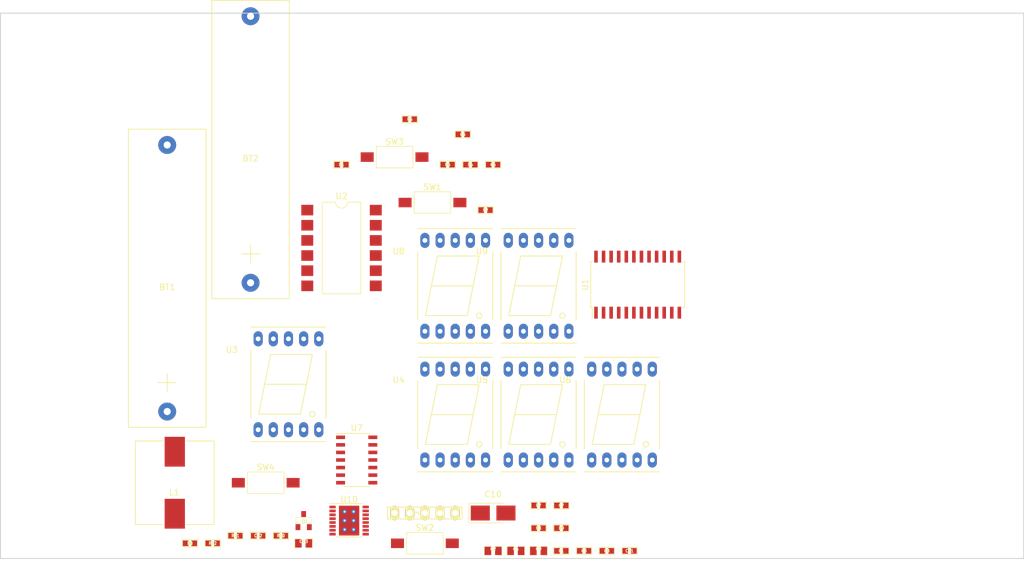
<source format=kicad_pcb>
(kicad_pcb (version 4) (host pcbnew 4.0.7-e2-6376~58~ubuntu16.04.1)

  (general
    (links 154)
    (no_connects 148)
    (area 86.36 41.91 259.08 134.62)
    (thickness 1.6)
    (drawings 4)
    (tracks 0)
    (zones 0)
    (modules 44)
    (nets 52)
  )

  (page A4)
  (layers
    (0 F.Cu signal)
    (31 B.Cu signal)
    (32 B.Adhes user)
    (33 F.Adhes user)
    (34 B.Paste user)
    (35 F.Paste user)
    (36 B.SilkS user)
    (37 F.SilkS user)
    (38 B.Mask user)
    (39 F.Mask user)
    (40 Dwgs.User user)
    (41 Cmts.User user)
    (42 Eco1.User user)
    (43 Eco2.User user)
    (44 Edge.Cuts user)
    (45 Margin user)
    (46 B.CrtYd user)
    (47 F.CrtYd user)
    (48 B.Fab user)
    (49 F.Fab user)
  )

  (setup
    (last_trace_width 0.25)
    (trace_clearance 0.2)
    (zone_clearance 0.508)
    (zone_45_only no)
    (trace_min 0.2)
    (segment_width 0.2)
    (edge_width 0.15)
    (via_size 0.6)
    (via_drill 0.4)
    (via_min_size 0.4)
    (via_min_drill 0.3)
    (uvia_size 0.3)
    (uvia_drill 0.1)
    (uvias_allowed no)
    (uvia_min_size 0.2)
    (uvia_min_drill 0.1)
    (pcb_text_width 0.3)
    (pcb_text_size 1.5 1.5)
    (mod_edge_width 0.15)
    (mod_text_size 1 1)
    (mod_text_width 0.15)
    (pad_size 1.524 1.524)
    (pad_drill 0.762)
    (pad_to_mask_clearance 0.2)
    (aux_axis_origin 0 0)
    (visible_elements FFFFFF7F)
    (pcbplotparams
      (layerselection 0x00030_80000001)
      (usegerberextensions false)
      (excludeedgelayer true)
      (linewidth 0.100000)
      (plotframeref false)
      (viasonmask false)
      (mode 1)
      (useauxorigin false)
      (hpglpennumber 1)
      (hpglpenspeed 20)
      (hpglpendiameter 15)
      (hpglpenoverlay 2)
      (psnegative false)
      (psa4output false)
      (plotreference true)
      (plotvalue true)
      (plotinvisibletext false)
      (padsonsilk false)
      (subtractmaskfromsilk false)
      (outputformat 1)
      (mirror false)
      (drillshape 1)
      (scaleselection 1)
      (outputdirectory ""))
  )

  (net 0 "")
  (net 1 /+Vbat)
  (net 2 "Net-(BT1-Pad2)")
  (net 3 "Net-(BT2-Pad2)")
  (net 4 /+5v)
  (net 5 GND)
  (net 6 "Net-(C5-Pad1)")
  (net 7 "Net-(C6-Pad1)")
  (net 8 "Net-(C7-Pad1)")
  (net 9 "Net-(L1-Pad2)")
  (net 10 "Net-(P1-Pad1)")
  (net 11 "Net-(P1-Pad2)")
  (net 12 "Net-(P1-Pad4)")
  (net 13 /Von)
  (net 14 "Net-(R2-Pad1)")
  (net 15 "Net-(R3-Pad1)")
  (net 16 "Net-(R4-Pad1)")
  (net 17 "Net-(R8-Pad2)")
  (net 18 "Net-(R9-Pad2)")
  (net 19 "Net-(R10-Pad2)")
  (net 20 /MOSI)
  (net 21 /D0)
  (net 22 /D4)
  (net 23 "Net-(U1-Pad5)")
  (net 24 /D2)
  (net 25 /D3)
  (net 26 "Net-(U1-Pad8)")
  (net 27 /D5)
  (net 28 /D1)
  (net 29 //CS_DPL)
  (net 30 /SCK)
  (net 31 /A)
  (net 32 /F)
  (net 33 /B)
  (net 34 /G)
  (net 35 "Net-(R1-Pad2)")
  (net 36 /C)
  (net 37 /E)
  (net 38 /DP)
  (net 39 /D)
  (net 40 "Net-(U1-Pad24)")
  (net 41 //CS_INC)
  (net 42 "Net-(U2-Pad2)")
  (net 43 "Net-(U2-Pad8)")
  (net 44 /MISO)
  (net 45 "Net-(U2-Pad9)")
  (net 46 "Net-(U2-Pad10)")
  (net 47 "Net-(U2-Pad5)")
  (net 48 "Net-(U2-Pad11)")
  (net 49 "Net-(U10-Pad8)")
  (net 50 "Net-(U10-Pad12)")
  (net 51 "Net-(U10-Pad16)")

  (net_class Default "This is the default net class."
    (clearance 0.2)
    (trace_width 0.25)
    (via_dia 0.6)
    (via_drill 0.4)
    (uvia_dia 0.3)
    (uvia_drill 0.1)
    (add_net /+5v)
    (add_net /+Vbat)
    (add_net //CS_DPL)
    (add_net //CS_INC)
    (add_net /A)
    (add_net /B)
    (add_net /C)
    (add_net /D)
    (add_net /D0)
    (add_net /D1)
    (add_net /D2)
    (add_net /D3)
    (add_net /D4)
    (add_net /D5)
    (add_net /DP)
    (add_net /E)
    (add_net /F)
    (add_net /G)
    (add_net /MISO)
    (add_net /MOSI)
    (add_net /SCK)
    (add_net /Von)
    (add_net GND)
    (add_net "Net-(BT1-Pad2)")
    (add_net "Net-(BT2-Pad2)")
    (add_net "Net-(C5-Pad1)")
    (add_net "Net-(C6-Pad1)")
    (add_net "Net-(C7-Pad1)")
    (add_net "Net-(L1-Pad2)")
    (add_net "Net-(P1-Pad1)")
    (add_net "Net-(P1-Pad2)")
    (add_net "Net-(P1-Pad4)")
    (add_net "Net-(R1-Pad2)")
    (add_net "Net-(R10-Pad2)")
    (add_net "Net-(R2-Pad1)")
    (add_net "Net-(R3-Pad1)")
    (add_net "Net-(R4-Pad1)")
    (add_net "Net-(R8-Pad2)")
    (add_net "Net-(R9-Pad2)")
    (add_net "Net-(U1-Pad24)")
    (add_net "Net-(U1-Pad5)")
    (add_net "Net-(U1-Pad8)")
    (add_net "Net-(U10-Pad12)")
    (add_net "Net-(U10-Pad16)")
    (add_net "Net-(U10-Pad8)")
    (add_net "Net-(U2-Pad10)")
    (add_net "Net-(U2-Pad11)")
    (add_net "Net-(U2-Pad2)")
    (add_net "Net-(U2-Pad5)")
    (add_net "Net-(U2-Pad8)")
    (add_net "Net-(U2-Pad9)")
  )

  (module Yame_library:AAA_2466 placed (layer F.Cu) (tedit 59D63072) (tstamp 59D651DE)
    (at 115.57 87.63)
    (path /59D31F3C)
    (fp_text reference BT1 (at 0 1.5) (layer F.SilkS)
      (effects (font (size 1 1) (thickness 0.15)))
    )
    (fp_text value Keystone_2466 (at 0 -0.5) (layer F.Fab)
      (effects (font (size 1 1) (thickness 0.15)))
    )
    (fp_line (start 0 16) (end 0 19) (layer F.SilkS) (width 0.15))
    (fp_line (start -1.5 17.5) (end 1.5 17.5) (layer F.SilkS) (width 0.15))
    (fp_line (start -1.5 17.5) (end 1.5 17.5) (layer F.Fab) (width 0.15))
    (fp_line (start 0 19) (end 0 16) (layer F.Fab) (width 0.15))
    (fp_line (start -6 -24.5) (end 6 -24.5) (layer F.Fab) (width 0.15))
    (fp_line (start 6 -24.5) (end 6 24.5) (layer F.Fab) (width 0.15))
    (fp_line (start 6 24.5) (end -6 24.5) (layer F.Fab) (width 0.15))
    (fp_line (start -6 24.5) (end -6 -24.5) (layer F.Fab) (width 0.15))
    (fp_line (start -6.5 -25) (end 6.5 -25) (layer F.SilkS) (width 0.15))
    (fp_line (start 6.5 -25) (end 6.5 25) (layer F.SilkS) (width 0.15))
    (fp_line (start 6.5 25) (end -6.5 25) (layer F.SilkS) (width 0.15))
    (fp_line (start -6.5 25) (end -6.5 -25) (layer F.SilkS) (width 0.15))
    (pad 1 thru_hole circle (at 0 22.35) (size 3 3) (drill 1.2) (layers *.Cu *.Mask)
      (net 1 /+Vbat))
    (pad 2 thru_hole circle (at 0 -22.35) (size 3 3) (drill 1.2) (layers *.Cu *.Mask)
      (net 2 "Net-(BT1-Pad2)"))
  )

  (module Yame_library:AAA_2466 placed (layer F.Cu) (tedit 59D63072) (tstamp 59D651F0)
    (at 129.54 66.04)
    (path /59D320BB)
    (fp_text reference BT2 (at 0 1.5) (layer F.SilkS)
      (effects (font (size 1 1) (thickness 0.15)))
    )
    (fp_text value Keystone_2466 (at 0 -0.5) (layer F.Fab)
      (effects (font (size 1 1) (thickness 0.15)))
    )
    (fp_line (start 0 16) (end 0 19) (layer F.SilkS) (width 0.15))
    (fp_line (start -1.5 17.5) (end 1.5 17.5) (layer F.SilkS) (width 0.15))
    (fp_line (start -1.5 17.5) (end 1.5 17.5) (layer F.Fab) (width 0.15))
    (fp_line (start 0 19) (end 0 16) (layer F.Fab) (width 0.15))
    (fp_line (start -6 -24.5) (end 6 -24.5) (layer F.Fab) (width 0.15))
    (fp_line (start 6 -24.5) (end 6 24.5) (layer F.Fab) (width 0.15))
    (fp_line (start 6 24.5) (end -6 24.5) (layer F.Fab) (width 0.15))
    (fp_line (start -6 24.5) (end -6 -24.5) (layer F.Fab) (width 0.15))
    (fp_line (start -6.5 -25) (end 6.5 -25) (layer F.SilkS) (width 0.15))
    (fp_line (start 6.5 -25) (end 6.5 25) (layer F.SilkS) (width 0.15))
    (fp_line (start 6.5 25) (end -6.5 25) (layer F.SilkS) (width 0.15))
    (fp_line (start -6.5 25) (end -6.5 -25) (layer F.SilkS) (width 0.15))
    (pad 1 thru_hole circle (at 0 22.35) (size 3 3) (drill 1.2) (layers *.Cu *.Mask)
      (net 2 "Net-(BT1-Pad2)"))
    (pad 2 thru_hole circle (at 0 -22.35) (size 3 3) (drill 1.2) (layers *.Cu *.Mask)
      (net 3 "Net-(BT2-Pad2)"))
  )

  (module Yame_library:SM0603-MR placed (layer F.Cu) (tedit 528FCF06) (tstamp 59D651FA)
    (at 181.61 133.35)
    (path /59D2C575)
    (attr smd)
    (fp_text reference C1 (at 0 0) (layer F.SilkS)
      (effects (font (size 0.508 0.4572) (thickness 0.1143)))
    )
    (fp_text value 100n (at 0 0) (layer F.SilkS) hide
      (effects (font (size 0.508 0.4572) (thickness 0.1143)))
    )
    (fp_line (start 1.3 -0.6) (end -1.3 -0.6) (layer F.SilkS) (width 0.15))
    (fp_line (start -1.3 -0.6) (end -1.3 0.6) (layer F.SilkS) (width 0.15))
    (fp_line (start -1.3 0.6) (end 1.3 0.6) (layer F.SilkS) (width 0.15))
    (fp_line (start 1.3 0.6) (end 1.3 -0.6) (layer F.SilkS) (width 0.15))
    (pad 1 smd rect (at -0.725 0) (size 0.95 0.95) (layers F.Cu F.Paste F.Mask)
      (net 4 /+5v))
    (pad 2 smd rect (at 0.725 0) (size 0.95 0.95) (layers F.Cu F.Paste F.Mask)
      (net 5 GND))
    (model smd\resistors\R0603.wrl
      (at (xyz 0 0 0.001))
      (scale (xyz 0.5 0.5 0.5))
      (rotate (xyz 0 0 0))
    )
  )

  (module Yame_library:SM0805-MR placed (layer F.Cu) (tedit 529EFB4D) (tstamp 59D65206)
    (at 170.18 133.35)
    (path /59D2C56F)
    (attr smd)
    (fp_text reference C2 (at 0 -0.3175) (layer F.SilkS)
      (effects (font (size 0.50038 0.50038) (thickness 0.10922)))
    )
    (fp_text value 10u (at 0 0.381) (layer F.SilkS) hide
      (effects (font (size 0.50038 0.50038) (thickness 0.10922)))
    )
    (fp_line (start -0.508 0.762) (end -1.524 0.762) (layer F.SilkS) (width 0.09906))
    (fp_line (start -1.524 0.762) (end -1.524 -0.762) (layer F.SilkS) (width 0.09906))
    (fp_line (start -1.524 -0.762) (end -0.508 -0.762) (layer F.SilkS) (width 0.09906))
    (fp_line (start 0.508 -0.762) (end 1.524 -0.762) (layer F.SilkS) (width 0.09906))
    (fp_line (start 1.524 -0.762) (end 1.524 0.762) (layer F.SilkS) (width 0.09906))
    (fp_line (start 1.524 0.762) (end 0.508 0.762) (layer F.SilkS) (width 0.09906))
    (pad 1 smd rect (at -0.875 0) (size 1.1 1.4) (layers F.Cu F.Paste F.Mask)
      (net 4 /+5v))
    (pad 2 smd rect (at 0.875 0) (size 1.1 1.4) (layers F.Cu F.Paste F.Mask)
      (net 5 GND))
    (model smd/chip_cms.wrl
      (at (xyz 0 0 0))
      (scale (xyz 0.1 0.1 0.1))
      (rotate (xyz 0 0 0))
    )
  )

  (module Yame_library:SM0603-MR placed (layer F.Cu) (tedit 528FCF06) (tstamp 59D65210)
    (at 185.42 133.35)
    (path /59D2C6E1)
    (attr smd)
    (fp_text reference C3 (at 0 0) (layer F.SilkS)
      (effects (font (size 0.508 0.4572) (thickness 0.1143)))
    )
    (fp_text value 100n (at 0 0) (layer F.SilkS) hide
      (effects (font (size 0.508 0.4572) (thickness 0.1143)))
    )
    (fp_line (start 1.3 -0.6) (end -1.3 -0.6) (layer F.SilkS) (width 0.15))
    (fp_line (start -1.3 -0.6) (end -1.3 0.6) (layer F.SilkS) (width 0.15))
    (fp_line (start -1.3 0.6) (end 1.3 0.6) (layer F.SilkS) (width 0.15))
    (fp_line (start 1.3 0.6) (end 1.3 -0.6) (layer F.SilkS) (width 0.15))
    (pad 1 smd rect (at -0.725 0) (size 0.95 0.95) (layers F.Cu F.Paste F.Mask)
      (net 4 /+5v))
    (pad 2 smd rect (at 0.725 0) (size 0.95 0.95) (layers F.Cu F.Paste F.Mask)
      (net 5 GND))
    (model smd\resistors\R0603.wrl
      (at (xyz 0 0 0.001))
      (scale (xyz 0.5 0.5 0.5))
      (rotate (xyz 0 0 0))
    )
  )

  (module Yame_library:SM0805-MR placed (layer F.Cu) (tedit 529EFB4D) (tstamp 59D6521C)
    (at 173.99 133.35)
    (path /59D2C6DB)
    (attr smd)
    (fp_text reference C4 (at 0 -0.3175) (layer F.SilkS)
      (effects (font (size 0.50038 0.50038) (thickness 0.10922)))
    )
    (fp_text value 10u (at 0 0.381) (layer F.SilkS) hide
      (effects (font (size 0.50038 0.50038) (thickness 0.10922)))
    )
    (fp_line (start -0.508 0.762) (end -1.524 0.762) (layer F.SilkS) (width 0.09906))
    (fp_line (start -1.524 0.762) (end -1.524 -0.762) (layer F.SilkS) (width 0.09906))
    (fp_line (start -1.524 -0.762) (end -0.508 -0.762) (layer F.SilkS) (width 0.09906))
    (fp_line (start 0.508 -0.762) (end 1.524 -0.762) (layer F.SilkS) (width 0.09906))
    (fp_line (start 1.524 -0.762) (end 1.524 0.762) (layer F.SilkS) (width 0.09906))
    (fp_line (start 1.524 0.762) (end 0.508 0.762) (layer F.SilkS) (width 0.09906))
    (pad 1 smd rect (at -0.875 0) (size 1.1 1.4) (layers F.Cu F.Paste F.Mask)
      (net 4 /+5v))
    (pad 2 smd rect (at 0.875 0) (size 1.1 1.4) (layers F.Cu F.Paste F.Mask)
      (net 5 GND))
    (model smd/chip_cms.wrl
      (at (xyz 0 0 0))
      (scale (xyz 0.1 0.1 0.1))
      (rotate (xyz 0 0 0))
    )
  )

  (module Yame_library:SM0603-MR placed (layer F.Cu) (tedit 528FCF06) (tstamp 59D65226)
    (at 165.1 63.5)
    (path /59D37F5F)
    (attr smd)
    (fp_text reference C5 (at 0 0) (layer F.SilkS)
      (effects (font (size 0.508 0.4572) (thickness 0.1143)))
    )
    (fp_text value 100n (at 0 0) (layer F.SilkS) hide
      (effects (font (size 0.508 0.4572) (thickness 0.1143)))
    )
    (fp_line (start 1.3 -0.6) (end -1.3 -0.6) (layer F.SilkS) (width 0.15))
    (fp_line (start -1.3 -0.6) (end -1.3 0.6) (layer F.SilkS) (width 0.15))
    (fp_line (start -1.3 0.6) (end 1.3 0.6) (layer F.SilkS) (width 0.15))
    (fp_line (start 1.3 0.6) (end 1.3 -0.6) (layer F.SilkS) (width 0.15))
    (pad 1 smd rect (at -0.725 0) (size 0.95 0.95) (layers F.Cu F.Paste F.Mask)
      (net 6 "Net-(C5-Pad1)"))
    (pad 2 smd rect (at 0.725 0) (size 0.95 0.95) (layers F.Cu F.Paste F.Mask)
      (net 5 GND))
    (model smd\resistors\R0603.wrl
      (at (xyz 0 0 0.001))
      (scale (xyz 0.5 0.5 0.5))
      (rotate (xyz 0 0 0))
    )
  )

  (module Yame_library:SM0603-MR placed (layer F.Cu) (tedit 528FCF06) (tstamp 59D65230)
    (at 170.18 68.58)
    (path /59D640B0)
    (attr smd)
    (fp_text reference C6 (at 0 0) (layer F.SilkS)
      (effects (font (size 0.508 0.4572) (thickness 0.1143)))
    )
    (fp_text value 100n (at 0 0) (layer F.SilkS) hide
      (effects (font (size 0.508 0.4572) (thickness 0.1143)))
    )
    (fp_line (start 1.3 -0.6) (end -1.3 -0.6) (layer F.SilkS) (width 0.15))
    (fp_line (start -1.3 -0.6) (end -1.3 0.6) (layer F.SilkS) (width 0.15))
    (fp_line (start -1.3 0.6) (end 1.3 0.6) (layer F.SilkS) (width 0.15))
    (fp_line (start 1.3 0.6) (end 1.3 -0.6) (layer F.SilkS) (width 0.15))
    (pad 1 smd rect (at -0.725 0) (size 0.95 0.95) (layers F.Cu F.Paste F.Mask)
      (net 7 "Net-(C6-Pad1)"))
    (pad 2 smd rect (at 0.725 0) (size 0.95 0.95) (layers F.Cu F.Paste F.Mask)
      (net 5 GND))
    (model smd\resistors\R0603.wrl
      (at (xyz 0 0 0.001))
      (scale (xyz 0.5 0.5 0.5))
      (rotate (xyz 0 0 0))
    )
  )

  (module Yame_library:SM0603-MR placed (layer F.Cu) (tedit 528FCF06) (tstamp 59D6523A)
    (at 181.61 125.73)
    (path /59D6414B)
    (attr smd)
    (fp_text reference C7 (at 0 0) (layer F.SilkS)
      (effects (font (size 0.508 0.4572) (thickness 0.1143)))
    )
    (fp_text value 100n (at 0 0) (layer F.SilkS) hide
      (effects (font (size 0.508 0.4572) (thickness 0.1143)))
    )
    (fp_line (start 1.3 -0.6) (end -1.3 -0.6) (layer F.SilkS) (width 0.15))
    (fp_line (start -1.3 -0.6) (end -1.3 0.6) (layer F.SilkS) (width 0.15))
    (fp_line (start -1.3 0.6) (end 1.3 0.6) (layer F.SilkS) (width 0.15))
    (fp_line (start 1.3 0.6) (end 1.3 -0.6) (layer F.SilkS) (width 0.15))
    (pad 1 smd rect (at -0.725 0) (size 0.95 0.95) (layers F.Cu F.Paste F.Mask)
      (net 8 "Net-(C7-Pad1)"))
    (pad 2 smd rect (at 0.725 0) (size 0.95 0.95) (layers F.Cu F.Paste F.Mask)
      (net 5 GND))
    (model smd\resistors\R0603.wrl
      (at (xyz 0 0 0.001))
      (scale (xyz 0.5 0.5 0.5))
      (rotate (xyz 0 0 0))
    )
  )

  (module Yame_library:SM0603-MR placed (layer F.Cu) (tedit 528FCF06) (tstamp 59D65244)
    (at 189.23 133.35)
    (path /59D25559)
    (attr smd)
    (fp_text reference C8 (at 0 0) (layer F.SilkS)
      (effects (font (size 0.508 0.4572) (thickness 0.1143)))
    )
    (fp_text value 100n (at 0 0) (layer F.SilkS) hide
      (effects (font (size 0.508 0.4572) (thickness 0.1143)))
    )
    (fp_line (start 1.3 -0.6) (end -1.3 -0.6) (layer F.SilkS) (width 0.15))
    (fp_line (start -1.3 -0.6) (end -1.3 0.6) (layer F.SilkS) (width 0.15))
    (fp_line (start -1.3 0.6) (end 1.3 0.6) (layer F.SilkS) (width 0.15))
    (fp_line (start 1.3 0.6) (end 1.3 -0.6) (layer F.SilkS) (width 0.15))
    (pad 1 smd rect (at -0.725 0) (size 0.95 0.95) (layers F.Cu F.Paste F.Mask)
      (net 4 /+5v))
    (pad 2 smd rect (at 0.725 0) (size 0.95 0.95) (layers F.Cu F.Paste F.Mask)
      (net 5 GND))
    (model smd\resistors\R0603.wrl
      (at (xyz 0 0 0.001))
      (scale (xyz 0.5 0.5 0.5))
      (rotate (xyz 0 0 0))
    )
  )

  (module Yame_library:SM0805-MR placed (layer F.Cu) (tedit 529EFB4D) (tstamp 59D65250)
    (at 177.8 133.35)
    (path /59D2555A)
    (attr smd)
    (fp_text reference C9 (at 0 -0.3175) (layer F.SilkS)
      (effects (font (size 0.50038 0.50038) (thickness 0.10922)))
    )
    (fp_text value 10u (at 0 0.381) (layer F.SilkS) hide
      (effects (font (size 0.50038 0.50038) (thickness 0.10922)))
    )
    (fp_line (start -0.508 0.762) (end -1.524 0.762) (layer F.SilkS) (width 0.09906))
    (fp_line (start -1.524 0.762) (end -1.524 -0.762) (layer F.SilkS) (width 0.09906))
    (fp_line (start -1.524 -0.762) (end -0.508 -0.762) (layer F.SilkS) (width 0.09906))
    (fp_line (start 0.508 -0.762) (end 1.524 -0.762) (layer F.SilkS) (width 0.09906))
    (fp_line (start 1.524 -0.762) (end 1.524 0.762) (layer F.SilkS) (width 0.09906))
    (fp_line (start 1.524 0.762) (end 0.508 0.762) (layer F.SilkS) (width 0.09906))
    (pad 1 smd rect (at -0.875 0) (size 1.1 1.4) (layers F.Cu F.Paste F.Mask)
      (net 4 /+5v))
    (pad 2 smd rect (at 0.875 0) (size 1.1 1.4) (layers F.Cu F.Paste F.Mask)
      (net 5 GND))
    (model smd/chip_cms.wrl
      (at (xyz 0 0 0))
      (scale (xyz 0.1 0.1 0.1))
      (rotate (xyz 0 0 0))
    )
  )

  (module Yame_library:SM0603-MR placed (layer F.Cu) (tedit 528FCF06) (tstamp 59D6525A)
    (at 193.04 133.35)
    (path /59D327B6)
    (attr smd)
    (fp_text reference C11 (at 0 0) (layer F.SilkS)
      (effects (font (size 0.508 0.4572) (thickness 0.1143)))
    )
    (fp_text value 2.2u (at 0 0) (layer F.SilkS) hide
      (effects (font (size 0.508 0.4572) (thickness 0.1143)))
    )
    (fp_line (start 1.3 -0.6) (end -1.3 -0.6) (layer F.SilkS) (width 0.15))
    (fp_line (start -1.3 -0.6) (end -1.3 0.6) (layer F.SilkS) (width 0.15))
    (fp_line (start -1.3 0.6) (end 1.3 0.6) (layer F.SilkS) (width 0.15))
    (fp_line (start 1.3 0.6) (end 1.3 -0.6) (layer F.SilkS) (width 0.15))
    (pad 1 smd rect (at -0.725 0) (size 0.95 0.95) (layers F.Cu F.Paste F.Mask)
      (net 4 /+5v))
    (pad 2 smd rect (at 0.725 0) (size 0.95 0.95) (layers F.Cu F.Paste F.Mask)
      (net 5 GND))
    (model smd\resistors\R0603.wrl
      (at (xyz 0 0 0.001))
      (scale (xyz 0.5 0.5 0.5))
      (rotate (xyz 0 0 0))
    )
  )

  (module Yame_library:SM0603-MR placed (layer F.Cu) (tedit 528FCF06) (tstamp 59D65264)
    (at 130.81 130.81)
    (path /59D32320)
    (attr smd)
    (fp_text reference C12 (at 0 0) (layer F.SilkS)
      (effects (font (size 0.508 0.4572) (thickness 0.1143)))
    )
    (fp_text value 100n (at 0 0) (layer F.SilkS) hide
      (effects (font (size 0.508 0.4572) (thickness 0.1143)))
    )
    (fp_line (start 1.3 -0.6) (end -1.3 -0.6) (layer F.SilkS) (width 0.15))
    (fp_line (start -1.3 -0.6) (end -1.3 0.6) (layer F.SilkS) (width 0.15))
    (fp_line (start -1.3 0.6) (end 1.3 0.6) (layer F.SilkS) (width 0.15))
    (fp_line (start 1.3 0.6) (end 1.3 -0.6) (layer F.SilkS) (width 0.15))
    (pad 1 smd rect (at -0.725 0) (size 0.95 0.95) (layers F.Cu F.Paste F.Mask)
      (net 1 /+Vbat))
    (pad 2 smd rect (at 0.725 0) (size 0.95 0.95) (layers F.Cu F.Paste F.Mask)
      (net 5 GND))
    (model smd\resistors\R0603.wrl
      (at (xyz 0 0 0.001))
      (scale (xyz 0.5 0.5 0.5))
      (rotate (xyz 0 0 0))
    )
  )

  (module Yame_library:SM0805-MR placed (layer F.Cu) (tedit 529EFB4D) (tstamp 59D65270)
    (at 138.43 132.08)
    (path /59D323F7)
    (attr smd)
    (fp_text reference C13 (at 0 -0.3175) (layer F.SilkS)
      (effects (font (size 0.50038 0.50038) (thickness 0.10922)))
    )
    (fp_text value 10u (at 0 0.381) (layer F.SilkS) hide
      (effects (font (size 0.50038 0.50038) (thickness 0.10922)))
    )
    (fp_line (start -0.508 0.762) (end -1.524 0.762) (layer F.SilkS) (width 0.09906))
    (fp_line (start -1.524 0.762) (end -1.524 -0.762) (layer F.SilkS) (width 0.09906))
    (fp_line (start -1.524 -0.762) (end -0.508 -0.762) (layer F.SilkS) (width 0.09906))
    (fp_line (start 0.508 -0.762) (end 1.524 -0.762) (layer F.SilkS) (width 0.09906))
    (fp_line (start 1.524 -0.762) (end 1.524 0.762) (layer F.SilkS) (width 0.09906))
    (fp_line (start 1.524 0.762) (end 0.508 0.762) (layer F.SilkS) (width 0.09906))
    (pad 1 smd rect (at -0.875 0) (size 1.1 1.4) (layers F.Cu F.Paste F.Mask)
      (net 1 /+Vbat))
    (pad 2 smd rect (at 0.875 0) (size 1.1 1.4) (layers F.Cu F.Paste F.Mask)
      (net 5 GND))
    (model smd/chip_cms.wrl
      (at (xyz 0 0 0))
      (scale (xyz 0.1 0.1 0.1))
      (rotate (xyz 0 0 0))
    )
  )

  (module Yame_library:MLC15xx placed (layer F.Cu) (tedit 59D62B1F) (tstamp 59D65291)
    (at 116.84 121.92)
    (path /59D32234)
    (fp_text reference L1 (at -0.1 1.6) (layer F.SilkS)
      (effects (font (size 1 1) (thickness 0.15)))
    )
    (fp_text value MLC1565-472MLB (at 0 -0.5) (layer F.Fab)
      (effects (font (size 1 1) (thickness 0.15)))
    )
    (fp_line (start -1.9 -7.2) (end -1.9 -6.8) (layer F.Fab) (width 0.15))
    (fp_line (start -1.9 -6.8) (end -6.4 -6.8) (layer F.Fab) (width 0.15))
    (fp_line (start -6.4 -6.8) (end -6.4 6.8) (layer F.Fab) (width 0.15))
    (fp_line (start -6.4 6.8) (end -1.9 6.8) (layer F.Fab) (width 0.15))
    (fp_line (start -1.9 6.8) (end -1.9 7.2) (layer F.Fab) (width 0.15))
    (fp_line (start -1.9 7.2) (end -6.8 7.2) (layer F.Fab) (width 0.15))
    (fp_line (start -6.8 7.2) (end -6.8 -7.2) (layer F.Fab) (width 0.15))
    (fp_line (start -6.8 -7.2) (end -1.9 -7.2) (layer F.Fab) (width 0.15))
    (fp_line (start 1.9 -6.8) (end 1.9 -7.2) (layer F.Fab) (width 0.15))
    (fp_line (start 1.9 -7.2) (end 6.8 -7.2) (layer F.Fab) (width 0.15))
    (fp_line (start 6.8 -7.2) (end 6.8 -6.6) (layer F.Fab) (width 0.15))
    (fp_line (start 6.8 -6.6) (end 6.8 7.2) (layer F.Fab) (width 0.15))
    (fp_line (start 6.8 7.2) (end 5.9 7.2) (layer F.Fab) (width 0.15))
    (fp_line (start 5.9 7.2) (end 1.9 7.2) (layer F.Fab) (width 0.15))
    (fp_line (start 1.9 7.2) (end 1.9 6.8) (layer F.Fab) (width 0.15))
    (fp_line (start 1.9 6.8) (end 6.4 6.8) (layer F.Fab) (width 0.15))
    (fp_line (start 6.4 6.8) (end 6.4 -6.8) (layer F.Fab) (width 0.15))
    (fp_line (start 6.4 -6.8) (end 1.9 -6.8) (layer F.Fab) (width 0.15))
    (fp_line (start -1.9 -7) (end -2 -7) (layer F.SilkS) (width 0.15))
    (fp_line (start 1.9 -7) (end 2 -7) (layer F.SilkS) (width 0.15))
    (fp_line (start 1.9 7) (end 2 7) (layer F.SilkS) (width 0.15))
    (fp_line (start 6.6 7) (end 2 7) (layer F.SilkS) (width 0.15))
    (fp_line (start -6.6 7) (end -1.9 7) (layer F.SilkS) (width 0.15))
    (fp_line (start 6.6 -7) (end 2 -7) (layer F.SilkS) (width 0.15))
    (fp_line (start -6.6 -7) (end -2 -7) (layer F.SilkS) (width 0.15))
    (fp_line (start 6.6 -7) (end 6.6 7) (layer F.SilkS) (width 0.15))
    (fp_line (start -6.6 7) (end -6.6 -7) (layer F.SilkS) (width 0.15))
    (pad 2 smd rect (at 0 5.2) (size 3.4 5) (layers F.Cu F.Paste F.Mask)
      (net 9 "Net-(L1-Pad2)"))
    (pad 1 smd rect (at 0 -5.2) (size 3.4 5) (layers F.Cu F.Paste F.Mask)
      (net 1 /+Vbat))
  )

  (module Yame_library:HE10_14-5C-2.54-MR placed (layer F.Cu) (tedit 57092150) (tstamp 59D652A8)
    (at 157.48 127)
    (path /59D25512)
    (fp_text reference P1 (at 0 0) (layer F.SilkS)
      (effects (font (size 0.4 0.4) (thickness 0.1)))
    )
    (fp_text value Prog (at 0 -0.5) (layer F.SilkS) hide
      (effects (font (size 0.4 0.4) (thickness 0.1)))
    )
    (fp_line (start 7.5 -1) (end 7.5 1) (layer F.SilkS) (width 0.15))
    (fp_line (start 7.5 1) (end 5 1) (layer F.SilkS) (width 0.15))
    (fp_line (start 5 -1) (end 7.5 -1) (layer F.SilkS) (width 0.15))
    (fp_line (start -2.5 -1) (end -5 -1) (layer F.SilkS) (width 0.15))
    (fp_line (start -5 -1) (end -5 1) (layer F.SilkS) (width 0.15))
    (fp_line (start -5 1) (end -2.5 1) (layer F.SilkS) (width 0.15))
    (fp_line (start 2.5 -1) (end 5 -1) (layer F.SilkS) (width 0.15))
    (fp_line (start 5 1) (end 2.5 1) (layer F.SilkS) (width 0.15))
    (fp_line (start 2 -1) (end 2.5 -1) (layer F.SilkS) (width 0.15))
    (fp_line (start 2.5 1) (end 2 1) (layer F.SilkS) (width 0.15))
    (fp_line (start -2 -1) (end -2.5 -1) (layer F.SilkS) (width 0.15))
    (fp_line (start -2.5 1) (end -2 1) (layer F.SilkS) (width 0.15))
    (fp_line (start 2 -1) (end -2 -1) (layer F.SilkS) (width 0.15))
    (fp_line (start -2 1) (end 2 1) (layer F.SilkS) (width 0.15))
    (pad 5 thru_hole oval (at 6.35 0) (size 1.5 2.4) (drill 1) (layers *.Cu *.Mask F.SilkS)
      (net 5 GND))
    (pad 1 thru_hole oval (at -3.81 0) (size 1.5 2.4) (drill 1) (layers *.Cu *.Mask F.SilkS)
      (net 10 "Net-(P1-Pad1)"))
    (pad 2 thru_hole oval (at -1.27 0) (size 1.5 2.4) (drill 1) (layers *.Cu *.Mask F.SilkS)
      (net 11 "Net-(P1-Pad2)"))
    (pad 3 thru_hole oval (at 1.27 0) (size 1.5 2.4) (drill 1) (layers *.Cu *.Mask F.SilkS)
      (net 4 /+5v))
    (pad 4 thru_hole oval (at 3.81 0) (size 1.5 2.4) (drill 1) (layers *.Cu *.Mask F.SilkS)
      (net 12 "Net-(P1-Pad4)"))
  )

  (module Yame_library:SOT23-MR placed (layer F.Cu) (tedit 529EFC12) (tstamp 59D652B4)
    (at 138.43 128.27)
    (tags SOT23)
    (path /59D64B07)
    (attr smd)
    (fp_text reference Q1 (at 0.2 0.1 180) (layer F.SilkS)
      (effects (font (size 0.5 0.5) (thickness 0.11938)))
    )
    (fp_text value PMV65UN (at 0.0635 0) (layer F.SilkS) hide
      (effects (font (size 0.50038 0.50038) (thickness 0.09906)))
    )
    (fp_circle (center -1.17602 0.35052) (end -1.30048 0.44958) (layer F.SilkS) (width 0.07874))
    (fp_line (start 1.27 -0.508) (end 1.27 0.508) (layer F.SilkS) (width 0.07874))
    (fp_line (start -1.3335 -0.508) (end -1.3335 0.508) (layer F.SilkS) (width 0.07874))
    (fp_line (start 1.27 0.508) (end -1.3335 0.508) (layer F.SilkS) (width 0.07874))
    (fp_line (start -1.3335 -0.508) (end 1.27 -0.508) (layer F.SilkS) (width 0.07874))
    (pad 3 smd rect (at 0 -1.09982) (size 0.8001 1.00076) (layers F.Cu F.Paste F.Mask)
      (net 5 GND))
    (pad 2 smd rect (at 0.9525 1.09982) (size 0.8001 1.00076) (layers F.Cu F.Paste F.Mask)
      (net 3 "Net-(BT2-Pad2)"))
    (pad 1 smd rect (at -0.9525 1.09982) (size 0.8001 1.00076) (layers F.Cu F.Paste F.Mask)
      (net 13 /Von))
    (model smd\SOT23_3.wrl
      (at (xyz 0 0 0))
      (scale (xyz 0.4 0.4 0.4))
      (rotate (xyz 0 0 180))
    )
  )

  (module Yame_library:SM0603-MR placed (layer F.Cu) (tedit 528FCF06) (tstamp 59D652BE)
    (at 168.91 76.2)
    (path /59D3A068)
    (attr smd)
    (fp_text reference R2 (at 0 0) (layer F.SilkS)
      (effects (font (size 0.508 0.4572) (thickness 0.1143)))
    )
    (fp_text value 10k (at 0 0) (layer F.SilkS) hide
      (effects (font (size 0.508 0.4572) (thickness 0.1143)))
    )
    (fp_line (start 1.3 -0.6) (end -1.3 -0.6) (layer F.SilkS) (width 0.15))
    (fp_line (start -1.3 -0.6) (end -1.3 0.6) (layer F.SilkS) (width 0.15))
    (fp_line (start -1.3 0.6) (end 1.3 0.6) (layer F.SilkS) (width 0.15))
    (fp_line (start 1.3 0.6) (end 1.3 -0.6) (layer F.SilkS) (width 0.15))
    (pad 1 smd rect (at -0.725 0) (size 0.95 0.95) (layers F.Cu F.Paste F.Mask)
      (net 14 "Net-(R2-Pad1)"))
    (pad 2 smd rect (at 0.725 0) (size 0.95 0.95) (layers F.Cu F.Paste F.Mask)
      (net 5 GND))
    (model smd\resistors\R0603.wrl
      (at (xyz 0 0 0.001))
      (scale (xyz 0.5 0.5 0.5))
      (rotate (xyz 0 0 0))
    )
  )

  (module Yame_library:SM0603-MR placed (layer F.Cu) (tedit 528FCF06) (tstamp 59D652C8)
    (at 177.8 129.54)
    (path /59D39FC3)
    (attr smd)
    (fp_text reference R3 (at 0 0) (layer F.SilkS)
      (effects (font (size 0.508 0.4572) (thickness 0.1143)))
    )
    (fp_text value 10k (at 0 0) (layer F.SilkS) hide
      (effects (font (size 0.508 0.4572) (thickness 0.1143)))
    )
    (fp_line (start 1.3 -0.6) (end -1.3 -0.6) (layer F.SilkS) (width 0.15))
    (fp_line (start -1.3 -0.6) (end -1.3 0.6) (layer F.SilkS) (width 0.15))
    (fp_line (start -1.3 0.6) (end 1.3 0.6) (layer F.SilkS) (width 0.15))
    (fp_line (start 1.3 0.6) (end 1.3 -0.6) (layer F.SilkS) (width 0.15))
    (pad 1 smd rect (at -0.725 0) (size 0.95 0.95) (layers F.Cu F.Paste F.Mask)
      (net 15 "Net-(R3-Pad1)"))
    (pad 2 smd rect (at 0.725 0) (size 0.95 0.95) (layers F.Cu F.Paste F.Mask)
      (net 5 GND))
    (model smd\resistors\R0603.wrl
      (at (xyz 0 0 0.001))
      (scale (xyz 0.5 0.5 0.5))
      (rotate (xyz 0 0 0))
    )
  )

  (module Yame_library:SM0603-MR placed (layer F.Cu) (tedit 528FCF06) (tstamp 59D652D2)
    (at 166.37 68.58)
    (path /59D398A0)
    (attr smd)
    (fp_text reference R4 (at 0 0) (layer F.SilkS)
      (effects (font (size 0.508 0.4572) (thickness 0.1143)))
    )
    (fp_text value 10k (at 0 0) (layer F.SilkS) hide
      (effects (font (size 0.508 0.4572) (thickness 0.1143)))
    )
    (fp_line (start 1.3 -0.6) (end -1.3 -0.6) (layer F.SilkS) (width 0.15))
    (fp_line (start -1.3 -0.6) (end -1.3 0.6) (layer F.SilkS) (width 0.15))
    (fp_line (start -1.3 0.6) (end 1.3 0.6) (layer F.SilkS) (width 0.15))
    (fp_line (start 1.3 0.6) (end 1.3 -0.6) (layer F.SilkS) (width 0.15))
    (pad 1 smd rect (at -0.725 0) (size 0.95 0.95) (layers F.Cu F.Paste F.Mask)
      (net 16 "Net-(R4-Pad1)"))
    (pad 2 smd rect (at 0.725 0) (size 0.95 0.95) (layers F.Cu F.Paste F.Mask)
      (net 5 GND))
    (model smd\resistors\R0603.wrl
      (at (xyz 0 0 0.001))
      (scale (xyz 0.5 0.5 0.5))
      (rotate (xyz 0 0 0))
    )
  )

  (module Yame_library:SM0603-MR placed (layer F.Cu) (tedit 528FCF06) (tstamp 59D652DC)
    (at 156.21 60.96)
    (path /59D38512)
    (attr smd)
    (fp_text reference R5 (at 0 0) (layer F.SilkS)
      (effects (font (size 0.508 0.4572) (thickness 0.1143)))
    )
    (fp_text value 100k (at 0 0) (layer F.SilkS) hide
      (effects (font (size 0.508 0.4572) (thickness 0.1143)))
    )
    (fp_line (start 1.3 -0.6) (end -1.3 -0.6) (layer F.SilkS) (width 0.15))
    (fp_line (start -1.3 -0.6) (end -1.3 0.6) (layer F.SilkS) (width 0.15))
    (fp_line (start -1.3 0.6) (end 1.3 0.6) (layer F.SilkS) (width 0.15))
    (fp_line (start 1.3 0.6) (end 1.3 -0.6) (layer F.SilkS) (width 0.15))
    (pad 1 smd rect (at -0.725 0) (size 0.95 0.95) (layers F.Cu F.Paste F.Mask)
      (net 6 "Net-(C5-Pad1)"))
    (pad 2 smd rect (at 0.725 0) (size 0.95 0.95) (layers F.Cu F.Paste F.Mask)
      (net 16 "Net-(R4-Pad1)"))
    (model smd\resistors\R0603.wrl
      (at (xyz 0 0 0.001))
      (scale (xyz 0.5 0.5 0.5))
      (rotate (xyz 0 0 0))
    )
  )

  (module Yame_library:SM0603-MR placed (layer F.Cu) (tedit 528FCF06) (tstamp 59D652E6)
    (at 162.56 68.58)
    (path /59D3844C)
    (attr smd)
    (fp_text reference R6 (at 0 0) (layer F.SilkS)
      (effects (font (size 0.508 0.4572) (thickness 0.1143)))
    )
    (fp_text value 100k (at 0 0) (layer F.SilkS) hide
      (effects (font (size 0.508 0.4572) (thickness 0.1143)))
    )
    (fp_line (start 1.3 -0.6) (end -1.3 -0.6) (layer F.SilkS) (width 0.15))
    (fp_line (start -1.3 -0.6) (end -1.3 0.6) (layer F.SilkS) (width 0.15))
    (fp_line (start -1.3 0.6) (end 1.3 0.6) (layer F.SilkS) (width 0.15))
    (fp_line (start 1.3 0.6) (end 1.3 -0.6) (layer F.SilkS) (width 0.15))
    (pad 1 smd rect (at -0.725 0) (size 0.95 0.95) (layers F.Cu F.Paste F.Mask)
      (net 7 "Net-(C6-Pad1)"))
    (pad 2 smd rect (at 0.725 0) (size 0.95 0.95) (layers F.Cu F.Paste F.Mask)
      (net 14 "Net-(R2-Pad1)"))
    (model smd\resistors\R0603.wrl
      (at (xyz 0 0 0.001))
      (scale (xyz 0.5 0.5 0.5))
      (rotate (xyz 0 0 0))
    )
  )

  (module Yame_library:SM0603-MR placed (layer F.Cu) (tedit 528FCF06) (tstamp 59D652F0)
    (at 177.8 125.73)
    (path /59D3838C)
    (attr smd)
    (fp_text reference R7 (at 0 0) (layer F.SilkS)
      (effects (font (size 0.508 0.4572) (thickness 0.1143)))
    )
    (fp_text value 100k (at 0 0) (layer F.SilkS) hide
      (effects (font (size 0.508 0.4572) (thickness 0.1143)))
    )
    (fp_line (start 1.3 -0.6) (end -1.3 -0.6) (layer F.SilkS) (width 0.15))
    (fp_line (start -1.3 -0.6) (end -1.3 0.6) (layer F.SilkS) (width 0.15))
    (fp_line (start -1.3 0.6) (end 1.3 0.6) (layer F.SilkS) (width 0.15))
    (fp_line (start 1.3 0.6) (end 1.3 -0.6) (layer F.SilkS) (width 0.15))
    (pad 1 smd rect (at -0.725 0) (size 0.95 0.95) (layers F.Cu F.Paste F.Mask)
      (net 8 "Net-(C7-Pad1)"))
    (pad 2 smd rect (at 0.725 0) (size 0.95 0.95) (layers F.Cu F.Paste F.Mask)
      (net 15 "Net-(R3-Pad1)"))
    (model smd\resistors\R0603.wrl
      (at (xyz 0 0 0.001))
      (scale (xyz 0.5 0.5 0.5))
      (rotate (xyz 0 0 0))
    )
  )

  (module Yame_library:SM0603-MR placed (layer F.Cu) (tedit 528FCF06) (tstamp 59D652FA)
    (at 119.38 132.08)
    (path /59D3709A)
    (attr smd)
    (fp_text reference R8 (at 0 0) (layer F.SilkS)
      (effects (font (size 0.508 0.4572) (thickness 0.1143)))
    )
    (fp_text value 100k (at 0 0) (layer F.SilkS) hide
      (effects (font (size 0.508 0.4572) (thickness 0.1143)))
    )
    (fp_line (start 1.3 -0.6) (end -1.3 -0.6) (layer F.SilkS) (width 0.15))
    (fp_line (start -1.3 -0.6) (end -1.3 0.6) (layer F.SilkS) (width 0.15))
    (fp_line (start -1.3 0.6) (end 1.3 0.6) (layer F.SilkS) (width 0.15))
    (fp_line (start 1.3 0.6) (end 1.3 -0.6) (layer F.SilkS) (width 0.15))
    (pad 1 smd rect (at -0.725 0) (size 0.95 0.95) (layers F.Cu F.Paste F.Mask)
      (net 13 /Von))
    (pad 2 smd rect (at 0.725 0) (size 0.95 0.95) (layers F.Cu F.Paste F.Mask)
      (net 17 "Net-(R8-Pad2)"))
    (model smd\resistors\R0603.wrl
      (at (xyz 0 0 0.001))
      (scale (xyz 0.5 0.5 0.5))
      (rotate (xyz 0 0 0))
    )
  )

  (module Yame_library:SM0603-MR placed (layer F.Cu) (tedit 528FCF06) (tstamp 59D65304)
    (at 181.61 129.54)
    (path /59D326AF)
    (attr smd)
    (fp_text reference R9 (at 0 0) (layer F.SilkS)
      (effects (font (size 0.508 0.4572) (thickness 0.1143)))
    )
    (fp_text value 1.02M (at 0 0) (layer F.SilkS) hide
      (effects (font (size 0.508 0.4572) (thickness 0.1143)))
    )
    (fp_line (start 1.3 -0.6) (end -1.3 -0.6) (layer F.SilkS) (width 0.15))
    (fp_line (start -1.3 -0.6) (end -1.3 0.6) (layer F.SilkS) (width 0.15))
    (fp_line (start -1.3 0.6) (end 1.3 0.6) (layer F.SilkS) (width 0.15))
    (fp_line (start 1.3 0.6) (end 1.3 -0.6) (layer F.SilkS) (width 0.15))
    (pad 1 smd rect (at -0.725 0) (size 0.95 0.95) (layers F.Cu F.Paste F.Mask)
      (net 4 /+5v))
    (pad 2 smd rect (at 0.725 0) (size 0.95 0.95) (layers F.Cu F.Paste F.Mask)
      (net 18 "Net-(R9-Pad2)"))
    (model smd\resistors\R0603.wrl
      (at (xyz 0 0 0.001))
      (scale (xyz 0.5 0.5 0.5))
      (rotate (xyz 0 0 0))
    )
  )

  (module Yame_library:SM0603-MR placed (layer F.Cu) (tedit 528FCF06) (tstamp 59D6530E)
    (at 134.62 130.81)
    (path /59D32417)
    (attr smd)
    (fp_text reference R10 (at 0 0) (layer F.SilkS)
      (effects (font (size 0.508 0.4572) (thickness 0.1143)))
    )
    (fp_text value 1.02M (at 0 0) (layer F.SilkS) hide
      (effects (font (size 0.508 0.4572) (thickness 0.1143)))
    )
    (fp_line (start 1.3 -0.6) (end -1.3 -0.6) (layer F.SilkS) (width 0.15))
    (fp_line (start -1.3 -0.6) (end -1.3 0.6) (layer F.SilkS) (width 0.15))
    (fp_line (start -1.3 0.6) (end 1.3 0.6) (layer F.SilkS) (width 0.15))
    (fp_line (start 1.3 0.6) (end 1.3 -0.6) (layer F.SilkS) (width 0.15))
    (pad 1 smd rect (at -0.725 0) (size 0.95 0.95) (layers F.Cu F.Paste F.Mask)
      (net 1 /+Vbat))
    (pad 2 smd rect (at 0.725 0) (size 0.95 0.95) (layers F.Cu F.Paste F.Mask)
      (net 19 "Net-(R10-Pad2)"))
    (model smd\resistors\R0603.wrl
      (at (xyz 0 0 0.001))
      (scale (xyz 0.5 0.5 0.5))
      (rotate (xyz 0 0 0))
    )
  )

  (module Yame_library:SM0603-MR placed (layer F.Cu) (tedit 528FCF06) (tstamp 59D65318)
    (at 127 130.81)
    (path /59D3254E)
    (attr smd)
    (fp_text reference R11 (at 0 0) (layer F.SilkS)
      (effects (font (size 0.508 0.4572) (thickness 0.1143)))
    )
    (fp_text value 390k (at 0 0) (layer F.SilkS) hide
      (effects (font (size 0.508 0.4572) (thickness 0.1143)))
    )
    (fp_line (start 1.3 -0.6) (end -1.3 -0.6) (layer F.SilkS) (width 0.15))
    (fp_line (start -1.3 -0.6) (end -1.3 0.6) (layer F.SilkS) (width 0.15))
    (fp_line (start -1.3 0.6) (end 1.3 0.6) (layer F.SilkS) (width 0.15))
    (fp_line (start 1.3 0.6) (end 1.3 -0.6) (layer F.SilkS) (width 0.15))
    (pad 1 smd rect (at -0.725 0) (size 0.95 0.95) (layers F.Cu F.Paste F.Mask)
      (net 19 "Net-(R10-Pad2)"))
    (pad 2 smd rect (at 0.725 0) (size 0.95 0.95) (layers F.Cu F.Paste F.Mask)
      (net 5 GND))
    (model smd\resistors\R0603.wrl
      (at (xyz 0 0 0.001))
      (scale (xyz 0.5 0.5 0.5))
      (rotate (xyz 0 0 0))
    )
  )

  (module Yame_library:SM0603-MR placed (layer F.Cu) (tedit 528FCF06) (tstamp 59D65322)
    (at 123.19 132.08)
    (path /59D357A8)
    (attr smd)
    (fp_text reference R12 (at 0 0) (layer F.SilkS)
      (effects (font (size 0.508 0.4572) (thickness 0.1143)))
    )
    (fp_text value 1M (at 0 0) (layer F.SilkS) hide
      (effects (font (size 0.508 0.4572) (thickness 0.1143)))
    )
    (fp_line (start 1.3 -0.6) (end -1.3 -0.6) (layer F.SilkS) (width 0.15))
    (fp_line (start -1.3 -0.6) (end -1.3 0.6) (layer F.SilkS) (width 0.15))
    (fp_line (start -1.3 0.6) (end 1.3 0.6) (layer F.SilkS) (width 0.15))
    (fp_line (start 1.3 0.6) (end 1.3 -0.6) (layer F.SilkS) (width 0.15))
    (pad 1 smd rect (at -0.725 0) (size 0.95 0.95) (layers F.Cu F.Paste F.Mask)
      (net 3 "Net-(BT2-Pad2)"))
    (pad 2 smd rect (at 0.725 0) (size 0.95 0.95) (layers F.Cu F.Paste F.Mask)
      (net 13 /Von))
    (model smd\resistors\R0603.wrl
      (at (xyz 0 0 0.001))
      (scale (xyz 0.5 0.5 0.5))
      (rotate (xyz 0 0 0))
    )
  )

  (module Buttons_Switches_SMD:SW_SPST_FSMSM placed (layer F.Cu) (tedit 58723FBE) (tstamp 59D6533D)
    (at 160.02 74.93)
    (descr http://www.te.com/commerce/DocumentDelivery/DDEController?Action=srchrtrv&DocNm=1437566-3&DocType=Customer+Drawing&DocLang=English)
    (tags "SPST button tactile switch")
    (path /59D732A6)
    (attr smd)
    (fp_text reference SW1 (at 0 -2.6) (layer F.SilkS)
      (effects (font (size 1 1) (thickness 0.15)))
    )
    (fp_text value SW_Push (at 0 3) (layer F.Fab)
      (effects (font (size 1 1) (thickness 0.15)))
    )
    (fp_text user %R (at 0 -2.6) (layer F.Fab)
      (effects (font (size 1 1) (thickness 0.15)))
    )
    (fp_line (start -1.75 -1) (end 1.75 -1) (layer F.Fab) (width 0.1))
    (fp_line (start 1.75 -1) (end 1.75 1) (layer F.Fab) (width 0.1))
    (fp_line (start 1.75 1) (end -1.75 1) (layer F.Fab) (width 0.1))
    (fp_line (start -1.75 1) (end -1.75 -1) (layer F.Fab) (width 0.1))
    (fp_line (start -3.06 -1.81) (end 3.06 -1.81) (layer F.SilkS) (width 0.12))
    (fp_line (start 3.06 -1.81) (end 3.06 1.81) (layer F.SilkS) (width 0.12))
    (fp_line (start 3.06 1.81) (end -3.06 1.81) (layer F.SilkS) (width 0.12))
    (fp_line (start -3.06 1.81) (end -3.06 -1.81) (layer F.SilkS) (width 0.12))
    (fp_line (start -1.5 0.8) (end 1.5 0.8) (layer F.Fab) (width 0.1))
    (fp_line (start -1.5 -0.8) (end 1.5 -0.8) (layer F.Fab) (width 0.1))
    (fp_line (start 1.5 -0.8) (end 1.5 0.8) (layer F.Fab) (width 0.1))
    (fp_line (start -1.5 -0.8) (end -1.5 0.8) (layer F.Fab) (width 0.1))
    (fp_line (start -5.95 2) (end 5.95 2) (layer F.CrtYd) (width 0.05))
    (fp_line (start 5.95 -2) (end 5.95 2) (layer F.CrtYd) (width 0.05))
    (fp_line (start -3 1.75) (end 3 1.75) (layer F.Fab) (width 0.1))
    (fp_line (start -3 -1.75) (end 3 -1.75) (layer F.Fab) (width 0.1))
    (fp_line (start -3 -1.75) (end -3 1.75) (layer F.Fab) (width 0.1))
    (fp_line (start 3 -1.75) (end 3 1.75) (layer F.Fab) (width 0.1))
    (fp_line (start -5.95 -2) (end -5.95 2) (layer F.CrtYd) (width 0.05))
    (fp_line (start -5.95 -2) (end 5.95 -2) (layer F.CrtYd) (width 0.05))
    (pad 1 smd rect (at -4.59 0) (size 2.18 1.6) (layers F.Cu F.Paste F.Mask)
      (net 4 /+5v))
    (pad 2 smd rect (at 4.59 0) (size 2.18 1.6) (layers F.Cu F.Paste F.Mask)
      (net 14 "Net-(R2-Pad1)"))
    (model ${KISYS3DMOD}/Buttons_Switches_SMD.3dshapes/SW_SPST_FSMSM.wrl
      (at (xyz 0 0 0))
      (scale (xyz 1 1 1))
      (rotate (xyz 0 0 0))
    )
  )

  (module Buttons_Switches_SMD:SW_SPST_FSMSM placed (layer F.Cu) (tedit 58723FBE) (tstamp 59D65358)
    (at 158.75 132.08)
    (descr http://www.te.com/commerce/DocumentDelivery/DDEController?Action=srchrtrv&DocNm=1437566-3&DocType=Customer+Drawing&DocLang=English)
    (tags "SPST button tactile switch")
    (path /59D736C6)
    (attr smd)
    (fp_text reference SW2 (at 0 -2.6) (layer F.SilkS)
      (effects (font (size 1 1) (thickness 0.15)))
    )
    (fp_text value SW_Push (at 0 3) (layer F.Fab)
      (effects (font (size 1 1) (thickness 0.15)))
    )
    (fp_text user %R (at 0 -2.6) (layer F.Fab)
      (effects (font (size 1 1) (thickness 0.15)))
    )
    (fp_line (start -1.75 -1) (end 1.75 -1) (layer F.Fab) (width 0.1))
    (fp_line (start 1.75 -1) (end 1.75 1) (layer F.Fab) (width 0.1))
    (fp_line (start 1.75 1) (end -1.75 1) (layer F.Fab) (width 0.1))
    (fp_line (start -1.75 1) (end -1.75 -1) (layer F.Fab) (width 0.1))
    (fp_line (start -3.06 -1.81) (end 3.06 -1.81) (layer F.SilkS) (width 0.12))
    (fp_line (start 3.06 -1.81) (end 3.06 1.81) (layer F.SilkS) (width 0.12))
    (fp_line (start 3.06 1.81) (end -3.06 1.81) (layer F.SilkS) (width 0.12))
    (fp_line (start -3.06 1.81) (end -3.06 -1.81) (layer F.SilkS) (width 0.12))
    (fp_line (start -1.5 0.8) (end 1.5 0.8) (layer F.Fab) (width 0.1))
    (fp_line (start -1.5 -0.8) (end 1.5 -0.8) (layer F.Fab) (width 0.1))
    (fp_line (start 1.5 -0.8) (end 1.5 0.8) (layer F.Fab) (width 0.1))
    (fp_line (start -1.5 -0.8) (end -1.5 0.8) (layer F.Fab) (width 0.1))
    (fp_line (start -5.95 2) (end 5.95 2) (layer F.CrtYd) (width 0.05))
    (fp_line (start 5.95 -2) (end 5.95 2) (layer F.CrtYd) (width 0.05))
    (fp_line (start -3 1.75) (end 3 1.75) (layer F.Fab) (width 0.1))
    (fp_line (start -3 -1.75) (end 3 -1.75) (layer F.Fab) (width 0.1))
    (fp_line (start -3 -1.75) (end -3 1.75) (layer F.Fab) (width 0.1))
    (fp_line (start 3 -1.75) (end 3 1.75) (layer F.Fab) (width 0.1))
    (fp_line (start -5.95 -2) (end -5.95 2) (layer F.CrtYd) (width 0.05))
    (fp_line (start -5.95 -2) (end 5.95 -2) (layer F.CrtYd) (width 0.05))
    (pad 1 smd rect (at -4.59 0) (size 2.18 1.6) (layers F.Cu F.Paste F.Mask)
      (net 4 /+5v))
    (pad 2 smd rect (at 4.59 0) (size 2.18 1.6) (layers F.Cu F.Paste F.Mask)
      (net 15 "Net-(R3-Pad1)"))
    (model ${KISYS3DMOD}/Buttons_Switches_SMD.3dshapes/SW_SPST_FSMSM.wrl
      (at (xyz 0 0 0))
      (scale (xyz 1 1 1))
      (rotate (xyz 0 0 0))
    )
  )

  (module Buttons_Switches_SMD:SW_SPST_FSMSM placed (layer F.Cu) (tedit 58723FBE) (tstamp 59D65373)
    (at 153.67 67.31)
    (descr http://www.te.com/commerce/DocumentDelivery/DDEController?Action=srchrtrv&DocNm=1437566-3&DocType=Customer+Drawing&DocLang=English)
    (tags "SPST button tactile switch")
    (path /59D7376B)
    (attr smd)
    (fp_text reference SW3 (at 0 -2.6) (layer F.SilkS)
      (effects (font (size 1 1) (thickness 0.15)))
    )
    (fp_text value SW_Push (at 0 3) (layer F.Fab)
      (effects (font (size 1 1) (thickness 0.15)))
    )
    (fp_text user %R (at 0 -2.6) (layer F.Fab)
      (effects (font (size 1 1) (thickness 0.15)))
    )
    (fp_line (start -1.75 -1) (end 1.75 -1) (layer F.Fab) (width 0.1))
    (fp_line (start 1.75 -1) (end 1.75 1) (layer F.Fab) (width 0.1))
    (fp_line (start 1.75 1) (end -1.75 1) (layer F.Fab) (width 0.1))
    (fp_line (start -1.75 1) (end -1.75 -1) (layer F.Fab) (width 0.1))
    (fp_line (start -3.06 -1.81) (end 3.06 -1.81) (layer F.SilkS) (width 0.12))
    (fp_line (start 3.06 -1.81) (end 3.06 1.81) (layer F.SilkS) (width 0.12))
    (fp_line (start 3.06 1.81) (end -3.06 1.81) (layer F.SilkS) (width 0.12))
    (fp_line (start -3.06 1.81) (end -3.06 -1.81) (layer F.SilkS) (width 0.12))
    (fp_line (start -1.5 0.8) (end 1.5 0.8) (layer F.Fab) (width 0.1))
    (fp_line (start -1.5 -0.8) (end 1.5 -0.8) (layer F.Fab) (width 0.1))
    (fp_line (start 1.5 -0.8) (end 1.5 0.8) (layer F.Fab) (width 0.1))
    (fp_line (start -1.5 -0.8) (end -1.5 0.8) (layer F.Fab) (width 0.1))
    (fp_line (start -5.95 2) (end 5.95 2) (layer F.CrtYd) (width 0.05))
    (fp_line (start 5.95 -2) (end 5.95 2) (layer F.CrtYd) (width 0.05))
    (fp_line (start -3 1.75) (end 3 1.75) (layer F.Fab) (width 0.1))
    (fp_line (start -3 -1.75) (end 3 -1.75) (layer F.Fab) (width 0.1))
    (fp_line (start -3 -1.75) (end -3 1.75) (layer F.Fab) (width 0.1))
    (fp_line (start 3 -1.75) (end 3 1.75) (layer F.Fab) (width 0.1))
    (fp_line (start -5.95 -2) (end -5.95 2) (layer F.CrtYd) (width 0.05))
    (fp_line (start -5.95 -2) (end 5.95 -2) (layer F.CrtYd) (width 0.05))
    (pad 1 smd rect (at -4.59 0) (size 2.18 1.6) (layers F.Cu F.Paste F.Mask)
      (net 4 /+5v))
    (pad 2 smd rect (at 4.59 0) (size 2.18 1.6) (layers F.Cu F.Paste F.Mask)
      (net 16 "Net-(R4-Pad1)"))
    (model ${KISYS3DMOD}/Buttons_Switches_SMD.3dshapes/SW_SPST_FSMSM.wrl
      (at (xyz 0 0 0))
      (scale (xyz 1 1 1))
      (rotate (xyz 0 0 0))
    )
  )

  (module Buttons_Switches_SMD:SW_SPST_FSMSM placed (layer F.Cu) (tedit 58723FBE) (tstamp 59D6538E)
    (at 132.08 121.92)
    (descr http://www.te.com/commerce/DocumentDelivery/DDEController?Action=srchrtrv&DocNm=1437566-3&DocType=Customer+Drawing&DocLang=English)
    (tags "SPST button tactile switch")
    (path /59D730D4)
    (attr smd)
    (fp_text reference SW4 (at 0 -2.6) (layer F.SilkS)
      (effects (font (size 1 1) (thickness 0.15)))
    )
    (fp_text value SW_Push (at 0 3) (layer F.Fab)
      (effects (font (size 1 1) (thickness 0.15)))
    )
    (fp_text user %R (at 0 -2.6) (layer F.Fab)
      (effects (font (size 1 1) (thickness 0.15)))
    )
    (fp_line (start -1.75 -1) (end 1.75 -1) (layer F.Fab) (width 0.1))
    (fp_line (start 1.75 -1) (end 1.75 1) (layer F.Fab) (width 0.1))
    (fp_line (start 1.75 1) (end -1.75 1) (layer F.Fab) (width 0.1))
    (fp_line (start -1.75 1) (end -1.75 -1) (layer F.Fab) (width 0.1))
    (fp_line (start -3.06 -1.81) (end 3.06 -1.81) (layer F.SilkS) (width 0.12))
    (fp_line (start 3.06 -1.81) (end 3.06 1.81) (layer F.SilkS) (width 0.12))
    (fp_line (start 3.06 1.81) (end -3.06 1.81) (layer F.SilkS) (width 0.12))
    (fp_line (start -3.06 1.81) (end -3.06 -1.81) (layer F.SilkS) (width 0.12))
    (fp_line (start -1.5 0.8) (end 1.5 0.8) (layer F.Fab) (width 0.1))
    (fp_line (start -1.5 -0.8) (end 1.5 -0.8) (layer F.Fab) (width 0.1))
    (fp_line (start 1.5 -0.8) (end 1.5 0.8) (layer F.Fab) (width 0.1))
    (fp_line (start -1.5 -0.8) (end -1.5 0.8) (layer F.Fab) (width 0.1))
    (fp_line (start -5.95 2) (end 5.95 2) (layer F.CrtYd) (width 0.05))
    (fp_line (start 5.95 -2) (end 5.95 2) (layer F.CrtYd) (width 0.05))
    (fp_line (start -3 1.75) (end 3 1.75) (layer F.Fab) (width 0.1))
    (fp_line (start -3 -1.75) (end 3 -1.75) (layer F.Fab) (width 0.1))
    (fp_line (start -3 -1.75) (end -3 1.75) (layer F.Fab) (width 0.1))
    (fp_line (start 3 -1.75) (end 3 1.75) (layer F.Fab) (width 0.1))
    (fp_line (start -5.95 -2) (end -5.95 2) (layer F.CrtYd) (width 0.05))
    (fp_line (start -5.95 -2) (end 5.95 -2) (layer F.CrtYd) (width 0.05))
    (pad 1 smd rect (at -4.59 0) (size 2.18 1.6) (layers F.Cu F.Paste F.Mask)
      (net 1 /+Vbat))
    (pad 2 smd rect (at 4.59 0) (size 2.18 1.6) (layers F.Cu F.Paste F.Mask)
      (net 13 /Von))
    (model ${KISYS3DMOD}/Buttons_Switches_SMD.3dshapes/SW_SPST_FSMSM.wrl
      (at (xyz 0 0 0))
      (scale (xyz 1 1 1))
      (rotate (xyz 0 0 0))
    )
  )

  (module Housings_SOIC:SOIC-24W_7.5x15.4mm_Pitch1.27mm placed (layer F.Cu) (tedit 58CC8F64) (tstamp 59D653BB)
    (at 194.4 88.7 90)
    (descr "24-Lead Plastic Small Outline (SO) - Wide, 7.50 mm Body [SOIC] (see Microchip Packaging Specification 00000049BS.pdf)")
    (tags "SOIC 1.27")
    (path /59D28A7B)
    (attr smd)
    (fp_text reference U1 (at 0 -8.8 90) (layer F.SilkS)
      (effects (font (size 1 1) (thickness 0.15)))
    )
    (fp_text value MAX7219 (at 0 8.8 90) (layer F.Fab)
      (effects (font (size 1 1) (thickness 0.15)))
    )
    (fp_text user %R (at 0 0 90) (layer F.Fab)
      (effects (font (size 1 1) (thickness 0.15)))
    )
    (fp_line (start -2.75 -7.7) (end 3.75 -7.7) (layer F.Fab) (width 0.15))
    (fp_line (start 3.75 -7.7) (end 3.75 7.7) (layer F.Fab) (width 0.15))
    (fp_line (start 3.75 7.7) (end -3.75 7.7) (layer F.Fab) (width 0.15))
    (fp_line (start -3.75 7.7) (end -3.75 -6.7) (layer F.Fab) (width 0.15))
    (fp_line (start -3.75 -6.7) (end -2.75 -7.7) (layer F.Fab) (width 0.15))
    (fp_line (start -5.95 -8.05) (end -5.95 8.05) (layer F.CrtYd) (width 0.05))
    (fp_line (start 5.95 -8.05) (end 5.95 8.05) (layer F.CrtYd) (width 0.05))
    (fp_line (start -5.95 -8.05) (end 5.95 -8.05) (layer F.CrtYd) (width 0.05))
    (fp_line (start -5.95 8.05) (end 5.95 8.05) (layer F.CrtYd) (width 0.05))
    (fp_line (start -3.875 -7.875) (end -3.875 -7.6) (layer F.SilkS) (width 0.15))
    (fp_line (start 3.875 -7.875) (end 3.875 -7.51) (layer F.SilkS) (width 0.15))
    (fp_line (start 3.875 7.875) (end 3.875 7.51) (layer F.SilkS) (width 0.15))
    (fp_line (start -3.875 7.875) (end -3.875 7.51) (layer F.SilkS) (width 0.15))
    (fp_line (start -3.875 -7.875) (end 3.875 -7.875) (layer F.SilkS) (width 0.15))
    (fp_line (start -3.875 7.875) (end 3.875 7.875) (layer F.SilkS) (width 0.15))
    (fp_line (start -3.875 -7.6) (end -5.7 -7.6) (layer F.SilkS) (width 0.15))
    (pad 1 smd rect (at -4.7 -6.985 90) (size 2 0.6) (layers F.Cu F.Paste F.Mask)
      (net 20 /MOSI))
    (pad 2 smd rect (at -4.7 -5.715 90) (size 2 0.6) (layers F.Cu F.Paste F.Mask)
      (net 21 /D0))
    (pad 3 smd rect (at -4.7 -4.445 90) (size 2 0.6) (layers F.Cu F.Paste F.Mask)
      (net 22 /D4))
    (pad 4 smd rect (at -4.7 -3.175 90) (size 2 0.6) (layers F.Cu F.Paste F.Mask)
      (net 5 GND))
    (pad 5 smd rect (at -4.7 -1.905 90) (size 2 0.6) (layers F.Cu F.Paste F.Mask)
      (net 23 "Net-(U1-Pad5)"))
    (pad 6 smd rect (at -4.7 -0.635 90) (size 2 0.6) (layers F.Cu F.Paste F.Mask)
      (net 24 /D2))
    (pad 7 smd rect (at -4.7 0.635 90) (size 2 0.6) (layers F.Cu F.Paste F.Mask)
      (net 25 /D3))
    (pad 8 smd rect (at -4.7 1.905 90) (size 2 0.6) (layers F.Cu F.Paste F.Mask)
      (net 26 "Net-(U1-Pad8)"))
    (pad 9 smd rect (at -4.7 3.175 90) (size 2 0.6) (layers F.Cu F.Paste F.Mask)
      (net 5 GND))
    (pad 10 smd rect (at -4.7 4.445 90) (size 2 0.6) (layers F.Cu F.Paste F.Mask)
      (net 27 /D5))
    (pad 11 smd rect (at -4.7 5.715 90) (size 2 0.6) (layers F.Cu F.Paste F.Mask)
      (net 28 /D1))
    (pad 12 smd rect (at -4.7 6.985 90) (size 2 0.6) (layers F.Cu F.Paste F.Mask)
      (net 29 //CS_DPL))
    (pad 13 smd rect (at 4.7 6.985 90) (size 2 0.6) (layers F.Cu F.Paste F.Mask)
      (net 30 /SCK))
    (pad 14 smd rect (at 4.7 5.715 90) (size 2 0.6) (layers F.Cu F.Paste F.Mask)
      (net 31 /A))
    (pad 15 smd rect (at 4.7 4.445 90) (size 2 0.6) (layers F.Cu F.Paste F.Mask)
      (net 32 /F))
    (pad 16 smd rect (at 4.7 3.175 90) (size 2 0.6) (layers F.Cu F.Paste F.Mask)
      (net 33 /B))
    (pad 17 smd rect (at 4.7 1.905 90) (size 2 0.6) (layers F.Cu F.Paste F.Mask)
      (net 34 /G))
    (pad 18 smd rect (at 4.7 0.635 90) (size 2 0.6) (layers F.Cu F.Paste F.Mask)
      (net 35 "Net-(R1-Pad2)"))
    (pad 19 smd rect (at 4.7 -0.635 90) (size 2 0.6) (layers F.Cu F.Paste F.Mask)
      (net 4 /+5v))
    (pad 20 smd rect (at 4.7 -1.905 90) (size 2 0.6) (layers F.Cu F.Paste F.Mask)
      (net 36 /C))
    (pad 21 smd rect (at 4.7 -3.175 90) (size 2 0.6) (layers F.Cu F.Paste F.Mask)
      (net 37 /E))
    (pad 22 smd rect (at 4.7 -4.445 90) (size 2 0.6) (layers F.Cu F.Paste F.Mask)
      (net 38 /DP))
    (pad 23 smd rect (at 4.7 -5.715 90) (size 2 0.6) (layers F.Cu F.Paste F.Mask)
      (net 39 /D))
    (pad 24 smd rect (at 4.7 -6.985 90) (size 2 0.6) (layers F.Cu F.Paste F.Mask)
      (net 40 "Net-(U1-Pad24)"))
    (model ${KISYS3DMOD}/Housings_SOIC.3dshapes/SOIC-24W_7.5x15.4mm_Pitch1.27mm.wrl
      (at (xyz 0 0 0))
      (scale (xyz 1 1 1))
      (rotate (xyz 0 0 0))
    )
  )

  (module Housings_DIP:SMDIP-12_W11.48mm placed (layer F.Cu) (tedit 59C75EE7) (tstamp 59D653DB)
    (at 144.78 82.55)
    (descr "12-lead surface-mounted (SMD) DIP package, row spacing 11.48 mm (451 mils)")
    (tags "SMD DIP DIL PDIP SMDIP 2.54mm 11.48mm 451mil")
    (path /59D28A10)
    (attr smd)
    (fp_text reference U2 (at 0 -8.68) (layer F.SilkS)
      (effects (font (size 1 1) (thickness 0.15)))
    )
    (fp_text value SCA103T-D04 (at 0 8.68) (layer F.Fab)
      (effects (font (size 1 1) (thickness 0.15)))
    )
    (fp_arc (start 0 -7.68) (end -1 -7.68) (angle -180) (layer F.SilkS) (width 0.12))
    (fp_line (start -2.175 -7.62) (end 3.175 -7.62) (layer F.Fab) (width 0.1))
    (fp_line (start 3.175 -7.62) (end 3.175 7.62) (layer F.Fab) (width 0.1))
    (fp_line (start 3.175 7.62) (end -3.175 7.62) (layer F.Fab) (width 0.1))
    (fp_line (start -3.175 7.62) (end -3.175 -6.62) (layer F.Fab) (width 0.1))
    (fp_line (start -3.175 -6.62) (end -2.175 -7.62) (layer F.Fab) (width 0.1))
    (fp_line (start -1 -7.68) (end -3.235 -7.68) (layer F.SilkS) (width 0.12))
    (fp_line (start -3.235 -7.68) (end -3.235 7.68) (layer F.SilkS) (width 0.12))
    (fp_line (start -3.235 7.68) (end 3.235 7.68) (layer F.SilkS) (width 0.12))
    (fp_line (start 3.235 7.68) (end 3.235 -7.68) (layer F.SilkS) (width 0.12))
    (fp_line (start 3.235 -7.68) (end 1 -7.68) (layer F.SilkS) (width 0.12))
    (fp_line (start -7 -7.9) (end -7 7.9) (layer F.CrtYd) (width 0.05))
    (fp_line (start -7 7.9) (end 7 7.9) (layer F.CrtYd) (width 0.05))
    (fp_line (start 7 7.9) (end 7 -7.9) (layer F.CrtYd) (width 0.05))
    (fp_line (start 7 -7.9) (end -7 -7.9) (layer F.CrtYd) (width 0.05))
    (fp_text user %R (at 0 0) (layer F.Fab)
      (effects (font (size 1 1) (thickness 0.15)))
    )
    (pad 1 smd rect (at -5.74 -6.35) (size 2 1.78) (layers F.Cu F.Paste F.Mask)
      (net 30 /SCK))
    (pad 7 smd rect (at 5.74 6.35) (size 2 1.78) (layers F.Cu F.Paste F.Mask)
      (net 41 //CS_INC))
    (pad 2 smd rect (at -5.74 -3.81) (size 2 1.78) (layers F.Cu F.Paste F.Mask)
      (net 42 "Net-(U2-Pad2)"))
    (pad 8 smd rect (at 5.74 3.81) (size 2 1.78) (layers F.Cu F.Paste F.Mask)
      (net 43 "Net-(U2-Pad8)"))
    (pad 3 smd rect (at -5.74 -1.27) (size 2 1.78) (layers F.Cu F.Paste F.Mask)
      (net 44 /MISO))
    (pad 9 smd rect (at 5.74 1.27) (size 2 1.78) (layers F.Cu F.Paste F.Mask)
      (net 45 "Net-(U2-Pad9)"))
    (pad 4 smd rect (at -5.74 1.27) (size 2 1.78) (layers F.Cu F.Paste F.Mask)
      (net 20 /MOSI))
    (pad 10 smd rect (at 5.74 -1.27) (size 2 1.78) (layers F.Cu F.Paste F.Mask)
      (net 46 "Net-(U2-Pad10)"))
    (pad 5 smd rect (at -5.74 3.81) (size 2 1.78) (layers F.Cu F.Paste F.Mask)
      (net 47 "Net-(U2-Pad5)"))
    (pad 11 smd rect (at 5.74 -3.81) (size 2 1.78) (layers F.Cu F.Paste F.Mask)
      (net 48 "Net-(U2-Pad11)"))
    (pad 6 smd rect (at -5.74 6.35) (size 2 1.78) (layers F.Cu F.Paste F.Mask)
      (net 5 GND))
    (pad 12 smd rect (at 5.74 -6.35) (size 2 1.78) (layers F.Cu F.Paste F.Mask)
      (net 4 /+5v))
    (model ${KISYS3DMOD}/Housings_DIP.3dshapes/SMDIP-12_W11.48mm.wrl
      (at (xyz 0 0 0))
      (scale (xyz 1 1 1))
      (rotate (xyz 0 0 0))
    )
  )

  (module Displays_7-Segment:7SegmentLED_LTS6760_LTS6780 placed (layer F.Cu) (tedit 0) (tstamp 59D653F5)
    (at 135.89 105.41)
    (path /59D2981A)
    (fp_text reference U3 (at -9.5 -5.8) (layer F.SilkS)
      (effects (font (size 1 1) (thickness 0.15)))
    )
    (fp_text value 7SEGMENT_CC (at -0.4 12) (layer F.Fab)
      (effects (font (size 1 1) (thickness 0.15)))
    )
    (fp_circle (center 4 5) (end 4.4 5.2) (layer F.SilkS) (width 0.15))
    (fp_line (start -3 -5) (end -4 0) (layer F.SilkS) (width 0.15))
    (fp_line (start -4 0) (end -5 5) (layer F.SilkS) (width 0.15))
    (fp_line (start -5 5) (end 2 5) (layer F.SilkS) (width 0.15))
    (fp_line (start 2 5) (end 3 0) (layer F.SilkS) (width 0.15))
    (fp_line (start 4 -5) (end 3 0) (layer F.SilkS) (width 0.15))
    (fp_line (start 3 0) (end -4 0) (layer F.SilkS) (width 0.15))
    (fp_line (start -3 -5) (end 4 -5) (layer F.SilkS) (width 0.15))
    (fp_line (start 6.3 9.6) (end -6.3 9.6) (layer F.SilkS) (width 0.15))
    (fp_line (start -6.3 -5.7) (end -6.3 5.7) (layer F.SilkS) (width 0.15))
    (fp_line (start 6.3 -5.7) (end 6.3 5.7) (layer F.SilkS) (width 0.15))
    (fp_line (start -6.3 -9.6) (end 6.3 -9.6) (layer F.SilkS) (width 0.15))
    (pad 1 thru_hole oval (at -5.08 7.62) (size 1.524 2.524) (drill 0.8) (layers *.Cu *.Mask)
      (net 37 /E))
    (pad 2 thru_hole oval (at -2.54 7.62) (size 1.524 2.524) (drill 0.8) (layers *.Cu *.Mask)
      (net 39 /D))
    (pad 3 thru_hole oval (at 0 7.62) (size 1.524 2.524) (drill 0.8) (layers *.Cu *.Mask)
      (net 21 /D0))
    (pad 4 thru_hole oval (at 2.54 7.62) (size 1.524 2.524) (drill 0.8) (layers *.Cu *.Mask)
      (net 36 /C))
    (pad 5 thru_hole oval (at 5.08 7.62) (size 1.524 2.524) (drill 0.8) (layers *.Cu *.Mask)
      (net 38 /DP))
    (pad 6 thru_hole oval (at 5.08 -7.62) (size 1.524 2.524) (drill 0.8) (layers *.Cu *.Mask)
      (net 33 /B))
    (pad 7 thru_hole oval (at 2.54 -7.62) (size 1.524 2.524) (drill 0.8) (layers *.Cu *.Mask)
      (net 31 /A))
    (pad 8 thru_hole oval (at 0 -7.62) (size 1.524 2.524) (drill 0.8) (layers *.Cu *.Mask)
      (net 21 /D0))
    (pad 9 thru_hole oval (at -2.54 -7.62) (size 1.524 2.524) (drill 0.8) (layers *.Cu *.Mask)
      (net 32 /F))
    (pad 10 thru_hole oval (at -5.08 -7.62) (size 1.524 2.524) (drill 0.8) (layers *.Cu *.Mask)
      (net 34 /G))
    (model Displays_7-Segment.3dshapes/7SegmentLED_LTS6760_LTS6780.wrl
      (at (xyz 0 0 0))
      (scale (xyz 0.3937 0.3937 0.3937))
      (rotate (xyz 0 0 0))
    )
  )

  (module Displays_7-Segment:7SegmentLED_LTS6760_LTS6780 placed (layer F.Cu) (tedit 0) (tstamp 59D6540F)
    (at 163.83 110.49)
    (path /59D297C4)
    (fp_text reference U4 (at -9.5 -5.8) (layer F.SilkS)
      (effects (font (size 1 1) (thickness 0.15)))
    )
    (fp_text value 7SEGMENT_CC (at -0.4 12) (layer F.Fab)
      (effects (font (size 1 1) (thickness 0.15)))
    )
    (fp_circle (center 4 5) (end 4.4 5.2) (layer F.SilkS) (width 0.15))
    (fp_line (start -3 -5) (end -4 0) (layer F.SilkS) (width 0.15))
    (fp_line (start -4 0) (end -5 5) (layer F.SilkS) (width 0.15))
    (fp_line (start -5 5) (end 2 5) (layer F.SilkS) (width 0.15))
    (fp_line (start 2 5) (end 3 0) (layer F.SilkS) (width 0.15))
    (fp_line (start 4 -5) (end 3 0) (layer F.SilkS) (width 0.15))
    (fp_line (start 3 0) (end -4 0) (layer F.SilkS) (width 0.15))
    (fp_line (start -3 -5) (end 4 -5) (layer F.SilkS) (width 0.15))
    (fp_line (start 6.3 9.6) (end -6.3 9.6) (layer F.SilkS) (width 0.15))
    (fp_line (start -6.3 -5.7) (end -6.3 5.7) (layer F.SilkS) (width 0.15))
    (fp_line (start 6.3 -5.7) (end 6.3 5.7) (layer F.SilkS) (width 0.15))
    (fp_line (start -6.3 -9.6) (end 6.3 -9.6) (layer F.SilkS) (width 0.15))
    (pad 1 thru_hole oval (at -5.08 7.62) (size 1.524 2.524) (drill 0.8) (layers *.Cu *.Mask)
      (net 37 /E))
    (pad 2 thru_hole oval (at -2.54 7.62) (size 1.524 2.524) (drill 0.8) (layers *.Cu *.Mask)
      (net 39 /D))
    (pad 3 thru_hole oval (at 0 7.62) (size 1.524 2.524) (drill 0.8) (layers *.Cu *.Mask)
      (net 28 /D1))
    (pad 4 thru_hole oval (at 2.54 7.62) (size 1.524 2.524) (drill 0.8) (layers *.Cu *.Mask)
      (net 36 /C))
    (pad 5 thru_hole oval (at 5.08 7.62) (size 1.524 2.524) (drill 0.8) (layers *.Cu *.Mask)
      (net 38 /DP))
    (pad 6 thru_hole oval (at 5.08 -7.62) (size 1.524 2.524) (drill 0.8) (layers *.Cu *.Mask)
      (net 33 /B))
    (pad 7 thru_hole oval (at 2.54 -7.62) (size 1.524 2.524) (drill 0.8) (layers *.Cu *.Mask)
      (net 31 /A))
    (pad 8 thru_hole oval (at 0 -7.62) (size 1.524 2.524) (drill 0.8) (layers *.Cu *.Mask)
      (net 28 /D1))
    (pad 9 thru_hole oval (at -2.54 -7.62) (size 1.524 2.524) (drill 0.8) (layers *.Cu *.Mask)
      (net 32 /F))
    (pad 10 thru_hole oval (at -5.08 -7.62) (size 1.524 2.524) (drill 0.8) (layers *.Cu *.Mask)
      (net 34 /G))
    (model Displays_7-Segment.3dshapes/7SegmentLED_LTS6760_LTS6780.wrl
      (at (xyz 0 0 0))
      (scale (xyz 0.3937 0.3937 0.3937))
      (rotate (xyz 0 0 0))
    )
  )

  (module Displays_7-Segment:7SegmentLED_LTS6760_LTS6780 placed (layer F.Cu) (tedit 0) (tstamp 59D65429)
    (at 177.8 110.49)
    (path /59D29814)
    (fp_text reference U5 (at -9.5 -5.8) (layer F.SilkS)
      (effects (font (size 1 1) (thickness 0.15)))
    )
    (fp_text value 7SEGMENT_CC (at -0.4 12) (layer F.Fab)
      (effects (font (size 1 1) (thickness 0.15)))
    )
    (fp_circle (center 4 5) (end 4.4 5.2) (layer F.SilkS) (width 0.15))
    (fp_line (start -3 -5) (end -4 0) (layer F.SilkS) (width 0.15))
    (fp_line (start -4 0) (end -5 5) (layer F.SilkS) (width 0.15))
    (fp_line (start -5 5) (end 2 5) (layer F.SilkS) (width 0.15))
    (fp_line (start 2 5) (end 3 0) (layer F.SilkS) (width 0.15))
    (fp_line (start 4 -5) (end 3 0) (layer F.SilkS) (width 0.15))
    (fp_line (start 3 0) (end -4 0) (layer F.SilkS) (width 0.15))
    (fp_line (start -3 -5) (end 4 -5) (layer F.SilkS) (width 0.15))
    (fp_line (start 6.3 9.6) (end -6.3 9.6) (layer F.SilkS) (width 0.15))
    (fp_line (start -6.3 -5.7) (end -6.3 5.7) (layer F.SilkS) (width 0.15))
    (fp_line (start 6.3 -5.7) (end 6.3 5.7) (layer F.SilkS) (width 0.15))
    (fp_line (start -6.3 -9.6) (end 6.3 -9.6) (layer F.SilkS) (width 0.15))
    (pad 1 thru_hole oval (at -5.08 7.62) (size 1.524 2.524) (drill 0.8) (layers *.Cu *.Mask)
      (net 37 /E))
    (pad 2 thru_hole oval (at -2.54 7.62) (size 1.524 2.524) (drill 0.8) (layers *.Cu *.Mask)
      (net 39 /D))
    (pad 3 thru_hole oval (at 0 7.62) (size 1.524 2.524) (drill 0.8) (layers *.Cu *.Mask)
      (net 24 /D2))
    (pad 4 thru_hole oval (at 2.54 7.62) (size 1.524 2.524) (drill 0.8) (layers *.Cu *.Mask)
      (net 36 /C))
    (pad 5 thru_hole oval (at 5.08 7.62) (size 1.524 2.524) (drill 0.8) (layers *.Cu *.Mask)
      (net 38 /DP))
    (pad 6 thru_hole oval (at 5.08 -7.62) (size 1.524 2.524) (drill 0.8) (layers *.Cu *.Mask)
      (net 33 /B))
    (pad 7 thru_hole oval (at 2.54 -7.62) (size 1.524 2.524) (drill 0.8) (layers *.Cu *.Mask)
      (net 31 /A))
    (pad 8 thru_hole oval (at 0 -7.62) (size 1.524 2.524) (drill 0.8) (layers *.Cu *.Mask)
      (net 24 /D2))
    (pad 9 thru_hole oval (at -2.54 -7.62) (size 1.524 2.524) (drill 0.8) (layers *.Cu *.Mask)
      (net 32 /F))
    (pad 10 thru_hole oval (at -5.08 -7.62) (size 1.524 2.524) (drill 0.8) (layers *.Cu *.Mask)
      (net 34 /G))
    (model Displays_7-Segment.3dshapes/7SegmentLED_LTS6760_LTS6780.wrl
      (at (xyz 0 0 0))
      (scale (xyz 0.3937 0.3937 0.3937))
      (rotate (xyz 0 0 0))
    )
  )

  (module Displays_7-Segment:7SegmentLED_LTS6760_LTS6780 placed (layer F.Cu) (tedit 0) (tstamp 59D65443)
    (at 191.77 110.49)
    (path /59D28CC6)
    (fp_text reference U6 (at -9.5 -5.8) (layer F.SilkS)
      (effects (font (size 1 1) (thickness 0.15)))
    )
    (fp_text value 7SEGMENT_CC (at -0.4 12) (layer F.Fab)
      (effects (font (size 1 1) (thickness 0.15)))
    )
    (fp_circle (center 4 5) (end 4.4 5.2) (layer F.SilkS) (width 0.15))
    (fp_line (start -3 -5) (end -4 0) (layer F.SilkS) (width 0.15))
    (fp_line (start -4 0) (end -5 5) (layer F.SilkS) (width 0.15))
    (fp_line (start -5 5) (end 2 5) (layer F.SilkS) (width 0.15))
    (fp_line (start 2 5) (end 3 0) (layer F.SilkS) (width 0.15))
    (fp_line (start 4 -5) (end 3 0) (layer F.SilkS) (width 0.15))
    (fp_line (start 3 0) (end -4 0) (layer F.SilkS) (width 0.15))
    (fp_line (start -3 -5) (end 4 -5) (layer F.SilkS) (width 0.15))
    (fp_line (start 6.3 9.6) (end -6.3 9.6) (layer F.SilkS) (width 0.15))
    (fp_line (start -6.3 -5.7) (end -6.3 5.7) (layer F.SilkS) (width 0.15))
    (fp_line (start 6.3 -5.7) (end 6.3 5.7) (layer F.SilkS) (width 0.15))
    (fp_line (start -6.3 -9.6) (end 6.3 -9.6) (layer F.SilkS) (width 0.15))
    (pad 1 thru_hole oval (at -5.08 7.62) (size 1.524 2.524) (drill 0.8) (layers *.Cu *.Mask)
      (net 37 /E))
    (pad 2 thru_hole oval (at -2.54 7.62) (size 1.524 2.524) (drill 0.8) (layers *.Cu *.Mask)
      (net 39 /D))
    (pad 3 thru_hole oval (at 0 7.62) (size 1.524 2.524) (drill 0.8) (layers *.Cu *.Mask)
      (net 25 /D3))
    (pad 4 thru_hole oval (at 2.54 7.62) (size 1.524 2.524) (drill 0.8) (layers *.Cu *.Mask)
      (net 36 /C))
    (pad 5 thru_hole oval (at 5.08 7.62) (size 1.524 2.524) (drill 0.8) (layers *.Cu *.Mask)
      (net 38 /DP))
    (pad 6 thru_hole oval (at 5.08 -7.62) (size 1.524 2.524) (drill 0.8) (layers *.Cu *.Mask)
      (net 33 /B))
    (pad 7 thru_hole oval (at 2.54 -7.62) (size 1.524 2.524) (drill 0.8) (layers *.Cu *.Mask)
      (net 31 /A))
    (pad 8 thru_hole oval (at 0 -7.62) (size 1.524 2.524) (drill 0.8) (layers *.Cu *.Mask)
      (net 25 /D3))
    (pad 9 thru_hole oval (at -2.54 -7.62) (size 1.524 2.524) (drill 0.8) (layers *.Cu *.Mask)
      (net 32 /F))
    (pad 10 thru_hole oval (at -5.08 -7.62) (size 1.524 2.524) (drill 0.8) (layers *.Cu *.Mask)
      (net 34 /G))
    (model Displays_7-Segment.3dshapes/7SegmentLED_LTS6760_LTS6780.wrl
      (at (xyz 0 0 0))
      (scale (xyz 0.3937 0.3937 0.3937))
      (rotate (xyz 0 0 0))
    )
  )

  (module Housings_SOIC:SOIC-14_3.9x8.7mm_Pitch1.27mm placed (layer F.Cu) (tedit 58CC8F64) (tstamp 59D65466)
    (at 147.32 118.11)
    (descr "14-Lead Plastic Small Outline (SL) - Narrow, 3.90 mm Body [SOIC] (see Microchip Packaging Specification 00000049BS.pdf)")
    (tags "SOIC 1.27")
    (path /59D2B817)
    (attr smd)
    (fp_text reference U7 (at 0 -5.375) (layer F.SilkS)
      (effects (font (size 1 1) (thickness 0.15)))
    )
    (fp_text value PIC16F18323_SOIC (at 0 5.375) (layer F.Fab)
      (effects (font (size 1 1) (thickness 0.15)))
    )
    (fp_text user %R (at 0 0) (layer F.Fab)
      (effects (font (size 0.9 0.9) (thickness 0.135)))
    )
    (fp_line (start -0.95 -4.35) (end 1.95 -4.35) (layer F.Fab) (width 0.15))
    (fp_line (start 1.95 -4.35) (end 1.95 4.35) (layer F.Fab) (width 0.15))
    (fp_line (start 1.95 4.35) (end -1.95 4.35) (layer F.Fab) (width 0.15))
    (fp_line (start -1.95 4.35) (end -1.95 -3.35) (layer F.Fab) (width 0.15))
    (fp_line (start -1.95 -3.35) (end -0.95 -4.35) (layer F.Fab) (width 0.15))
    (fp_line (start -3.7 -4.65) (end -3.7 4.65) (layer F.CrtYd) (width 0.05))
    (fp_line (start 3.7 -4.65) (end 3.7 4.65) (layer F.CrtYd) (width 0.05))
    (fp_line (start -3.7 -4.65) (end 3.7 -4.65) (layer F.CrtYd) (width 0.05))
    (fp_line (start -3.7 4.65) (end 3.7 4.65) (layer F.CrtYd) (width 0.05))
    (fp_line (start -2.075 -4.45) (end -2.075 -4.425) (layer F.SilkS) (width 0.15))
    (fp_line (start 2.075 -4.45) (end 2.075 -4.335) (layer F.SilkS) (width 0.15))
    (fp_line (start 2.075 4.45) (end 2.075 4.335) (layer F.SilkS) (width 0.15))
    (fp_line (start -2.075 4.45) (end -2.075 4.335) (layer F.SilkS) (width 0.15))
    (fp_line (start -2.075 -4.45) (end 2.075 -4.45) (layer F.SilkS) (width 0.15))
    (fp_line (start -2.075 4.45) (end 2.075 4.45) (layer F.SilkS) (width 0.15))
    (fp_line (start -2.075 -4.425) (end -3.45 -4.425) (layer F.SilkS) (width 0.15))
    (pad 1 smd rect (at -2.7 -3.81) (size 1.5 0.6) (layers F.Cu F.Paste F.Mask)
      (net 4 /+5v))
    (pad 2 smd rect (at -2.7 -2.54) (size 1.5 0.6) (layers F.Cu F.Paste F.Mask)
      (net 8 "Net-(C7-Pad1)"))
    (pad 3 smd rect (at -2.7 -1.27) (size 1.5 0.6) (layers F.Cu F.Paste F.Mask)
      (net 7 "Net-(C6-Pad1)"))
    (pad 4 smd rect (at -2.7 0) (size 1.5 0.6) (layers F.Cu F.Paste F.Mask)
      (net 12 "Net-(P1-Pad4)"))
    (pad 5 smd rect (at -2.7 1.27) (size 1.5 0.6) (layers F.Cu F.Paste F.Mask)
      (net 41 //CS_INC))
    (pad 6 smd rect (at -2.7 2.54) (size 1.5 0.6) (layers F.Cu F.Paste F.Mask)
      (net 44 /MISO))
    (pad 7 smd rect (at -2.7 3.81) (size 1.5 0.6) (layers F.Cu F.Paste F.Mask)
      (net 20 /MOSI))
    (pad 8 smd rect (at 2.7 3.81) (size 1.5 0.6) (layers F.Cu F.Paste F.Mask)
      (net 30 /SCK))
    (pad 9 smd rect (at 2.7 2.54) (size 1.5 0.6) (layers F.Cu F.Paste F.Mask)
      (net 29 //CS_DPL))
    (pad 10 smd rect (at 2.7 1.27) (size 1.5 0.6) (layers F.Cu F.Paste F.Mask)
      (net 17 "Net-(R8-Pad2)"))
    (pad 11 smd rect (at 2.7 0) (size 1.5 0.6) (layers F.Cu F.Paste F.Mask)
      (net 6 "Net-(C5-Pad1)"))
    (pad 12 smd rect (at 2.7 -1.27) (size 1.5 0.6) (layers F.Cu F.Paste F.Mask)
      (net 11 "Net-(P1-Pad2)"))
    (pad 13 smd rect (at 2.7 -2.54) (size 1.5 0.6) (layers F.Cu F.Paste F.Mask)
      (net 10 "Net-(P1-Pad1)"))
    (pad 14 smd rect (at 2.7 -3.81) (size 1.5 0.6) (layers F.Cu F.Paste F.Mask)
      (net 5 GND))
    (model ${KISYS3DMOD}/Housings_SOIC.3dshapes/SOIC-14_3.9x8.7mm_Pitch1.27mm.wrl
      (at (xyz 0 0 0))
      (scale (xyz 1 1 1))
      (rotate (xyz 0 0 0))
    )
  )

  (module Displays_7-Segment:7SegmentLED_LTS6760_LTS6780 placed (layer F.Cu) (tedit 0) (tstamp 59D65480)
    (at 163.83 88.9)
    (path /59D298A6)
    (fp_text reference U8 (at -9.5 -5.8) (layer F.SilkS)
      (effects (font (size 1 1) (thickness 0.15)))
    )
    (fp_text value 7SEGMENT_CC (at -0.4 12) (layer F.Fab)
      (effects (font (size 1 1) (thickness 0.15)))
    )
    (fp_circle (center 4 5) (end 4.4 5.2) (layer F.SilkS) (width 0.15))
    (fp_line (start -3 -5) (end -4 0) (layer F.SilkS) (width 0.15))
    (fp_line (start -4 0) (end -5 5) (layer F.SilkS) (width 0.15))
    (fp_line (start -5 5) (end 2 5) (layer F.SilkS) (width 0.15))
    (fp_line (start 2 5) (end 3 0) (layer F.SilkS) (width 0.15))
    (fp_line (start 4 -5) (end 3 0) (layer F.SilkS) (width 0.15))
    (fp_line (start 3 0) (end -4 0) (layer F.SilkS) (width 0.15))
    (fp_line (start -3 -5) (end 4 -5) (layer F.SilkS) (width 0.15))
    (fp_line (start 6.3 9.6) (end -6.3 9.6) (layer F.SilkS) (width 0.15))
    (fp_line (start -6.3 -5.7) (end -6.3 5.7) (layer F.SilkS) (width 0.15))
    (fp_line (start 6.3 -5.7) (end 6.3 5.7) (layer F.SilkS) (width 0.15))
    (fp_line (start -6.3 -9.6) (end 6.3 -9.6) (layer F.SilkS) (width 0.15))
    (pad 1 thru_hole oval (at -5.08 7.62) (size 1.524 2.524) (drill 0.8) (layers *.Cu *.Mask)
      (net 37 /E))
    (pad 2 thru_hole oval (at -2.54 7.62) (size 1.524 2.524) (drill 0.8) (layers *.Cu *.Mask)
      (net 39 /D))
    (pad 3 thru_hole oval (at 0 7.62) (size 1.524 2.524) (drill 0.8) (layers *.Cu *.Mask)
      (net 22 /D4))
    (pad 4 thru_hole oval (at 2.54 7.62) (size 1.524 2.524) (drill 0.8) (layers *.Cu *.Mask)
      (net 36 /C))
    (pad 5 thru_hole oval (at 5.08 7.62) (size 1.524 2.524) (drill 0.8) (layers *.Cu *.Mask)
      (net 38 /DP))
    (pad 6 thru_hole oval (at 5.08 -7.62) (size 1.524 2.524) (drill 0.8) (layers *.Cu *.Mask)
      (net 33 /B))
    (pad 7 thru_hole oval (at 2.54 -7.62) (size 1.524 2.524) (drill 0.8) (layers *.Cu *.Mask)
      (net 31 /A))
    (pad 8 thru_hole oval (at 0 -7.62) (size 1.524 2.524) (drill 0.8) (layers *.Cu *.Mask)
      (net 22 /D4))
    (pad 9 thru_hole oval (at -2.54 -7.62) (size 1.524 2.524) (drill 0.8) (layers *.Cu *.Mask)
      (net 32 /F))
    (pad 10 thru_hole oval (at -5.08 -7.62) (size 1.524 2.524) (drill 0.8) (layers *.Cu *.Mask)
      (net 34 /G))
    (model Displays_7-Segment.3dshapes/7SegmentLED_LTS6760_LTS6780.wrl
      (at (xyz 0 0 0))
      (scale (xyz 0.3937 0.3937 0.3937))
      (rotate (xyz 0 0 0))
    )
  )

  (module Displays_7-Segment:7SegmentLED_LTS6760_LTS6780 placed (layer F.Cu) (tedit 0) (tstamp 59D6549A)
    (at 177.8 88.9)
    (path /59D298A0)
    (fp_text reference U9 (at -9.5 -5.8) (layer F.SilkS)
      (effects (font (size 1 1) (thickness 0.15)))
    )
    (fp_text value 7SEGMENT_CC (at -0.4 12) (layer F.Fab)
      (effects (font (size 1 1) (thickness 0.15)))
    )
    (fp_circle (center 4 5) (end 4.4 5.2) (layer F.SilkS) (width 0.15))
    (fp_line (start -3 -5) (end -4 0) (layer F.SilkS) (width 0.15))
    (fp_line (start -4 0) (end -5 5) (layer F.SilkS) (width 0.15))
    (fp_line (start -5 5) (end 2 5) (layer F.SilkS) (width 0.15))
    (fp_line (start 2 5) (end 3 0) (layer F.SilkS) (width 0.15))
    (fp_line (start 4 -5) (end 3 0) (layer F.SilkS) (width 0.15))
    (fp_line (start 3 0) (end -4 0) (layer F.SilkS) (width 0.15))
    (fp_line (start -3 -5) (end 4 -5) (layer F.SilkS) (width 0.15))
    (fp_line (start 6.3 9.6) (end -6.3 9.6) (layer F.SilkS) (width 0.15))
    (fp_line (start -6.3 -5.7) (end -6.3 5.7) (layer F.SilkS) (width 0.15))
    (fp_line (start 6.3 -5.7) (end 6.3 5.7) (layer F.SilkS) (width 0.15))
    (fp_line (start -6.3 -9.6) (end 6.3 -9.6) (layer F.SilkS) (width 0.15))
    (pad 1 thru_hole oval (at -5.08 7.62) (size 1.524 2.524) (drill 0.8) (layers *.Cu *.Mask)
      (net 37 /E))
    (pad 2 thru_hole oval (at -2.54 7.62) (size 1.524 2.524) (drill 0.8) (layers *.Cu *.Mask)
      (net 39 /D))
    (pad 3 thru_hole oval (at 0 7.62) (size 1.524 2.524) (drill 0.8) (layers *.Cu *.Mask)
      (net 27 /D5))
    (pad 4 thru_hole oval (at 2.54 7.62) (size 1.524 2.524) (drill 0.8) (layers *.Cu *.Mask)
      (net 36 /C))
    (pad 5 thru_hole oval (at 5.08 7.62) (size 1.524 2.524) (drill 0.8) (layers *.Cu *.Mask)
      (net 38 /DP))
    (pad 6 thru_hole oval (at 5.08 -7.62) (size 1.524 2.524) (drill 0.8) (layers *.Cu *.Mask)
      (net 33 /B))
    (pad 7 thru_hole oval (at 2.54 -7.62) (size 1.524 2.524) (drill 0.8) (layers *.Cu *.Mask)
      (net 31 /A))
    (pad 8 thru_hole oval (at 0 -7.62) (size 1.524 2.524) (drill 0.8) (layers *.Cu *.Mask)
      (net 27 /D5))
    (pad 9 thru_hole oval (at -2.54 -7.62) (size 1.524 2.524) (drill 0.8) (layers *.Cu *.Mask)
      (net 32 /F))
    (pad 10 thru_hole oval (at -5.08 -7.62) (size 1.524 2.524) (drill 0.8) (layers *.Cu *.Mask)
      (net 34 /G))
    (model Displays_7-Segment.3dshapes/7SegmentLED_LTS6760_LTS6780.wrl
      (at (xyz 0 0 0))
      (scale (xyz 0.3937 0.3937 0.3937))
      (rotate (xyz 0 0 0))
    )
  )

  (module Housings_SSOP:HTSSOP-16-1EP_4.4x5mm_Pitch0.65mm_ThermalVias placed (layer F.Cu) (tedit 59BA355A) (tstamp 59D654C1)
    (at 146.05 128.27)
    (descr "16-Lead Plastic HTSSOP (4.4x5x1.2mm); Thermal pad with vias; (http://www.ti.com/lit/ds/symlink/drv8833.pdf)")
    (tags "SSOP 0.65")
    (path /59D26A11)
    (attr smd)
    (fp_text reference U10 (at 0 -3.55) (layer F.SilkS)
      (effects (font (size 1 1) (thickness 0.15)))
    )
    (fp_text value TPS61032PWP (at 0 3.55) (layer F.Fab)
      (effects (font (size 1 1) (thickness 0.15)))
    )
    (fp_text user %R (at 0 0) (layer F.Fab)
      (effects (font (size 1 1) (thickness 0.15)))
    )
    (fp_line (start -1.2 -2.5) (end 2.2 -2.5) (layer F.Fab) (width 0.15))
    (fp_line (start 2.2 -2.5) (end 2.2 2.5) (layer F.Fab) (width 0.15))
    (fp_line (start 2.2 2.5) (end -2.2 2.5) (layer F.Fab) (width 0.15))
    (fp_line (start -2.2 2.5) (end -2.2 -1.5) (layer F.Fab) (width 0.15))
    (fp_line (start -2.2 -1.5) (end -1.2 -2.5) (layer F.Fab) (width 0.15))
    (fp_line (start -3.5 -2.9) (end -3.5 2.8) (layer F.CrtYd) (width 0.05))
    (fp_line (start 3.5 -2.9) (end 3.5 2.8) (layer F.CrtYd) (width 0.05))
    (fp_line (start -3.5 -2.9) (end 3.5 -2.9) (layer F.CrtYd) (width 0.05))
    (fp_line (start -3.5 2.8) (end 3.5 2.8) (layer F.CrtYd) (width 0.05))
    (fp_line (start -2.25 2.725) (end 2.25 2.725) (layer F.SilkS) (width 0.15))
    (fp_line (start -3.375 -2.825) (end 2.25 -2.825) (layer F.SilkS) (width 0.15))
    (pad 1 smd rect (at -2.775 -2.275) (size 1.05 0.45) (layers F.Cu F.Paste F.Mask)
      (net 9 "Net-(L1-Pad2)"))
    (pad 2 smd rect (at -2.775 -1.625) (size 1.05 0.45) (layers F.Cu F.Paste F.Mask)
      (net 9 "Net-(L1-Pad2)"))
    (pad 3 smd rect (at -2.775 -0.975) (size 1.05 0.45) (layers F.Cu F.Paste F.Mask)
      (net 5 GND))
    (pad 4 smd rect (at -2.775 -0.325) (size 1.05 0.45) (layers F.Cu F.Paste F.Mask)
      (net 5 GND))
    (pad 5 smd rect (at -2.775 0.325) (size 1.05 0.45) (layers F.Cu F.Paste F.Mask)
      (net 5 GND))
    (pad 6 smd rect (at -2.775 0.975) (size 1.05 0.45) (layers F.Cu F.Paste F.Mask)
      (net 1 /+Vbat))
    (pad 7 smd rect (at -2.775 1.625) (size 1.05 0.45) (layers F.Cu F.Paste F.Mask)
      (net 19 "Net-(R10-Pad2)"))
    (pad 8 smd rect (at -2.775 2.275) (size 1.05 0.45) (layers F.Cu F.Paste F.Mask)
      (net 49 "Net-(U10-Pad8)"))
    (pad 9 smd rect (at 2.775 2.275) (size 1.05 0.45) (layers F.Cu F.Paste F.Mask)
      (net 1 /+Vbat))
    (pad 10 smd rect (at 2.775 1.625) (size 1.05 0.45) (layers F.Cu F.Paste F.Mask)
      (net 18 "Net-(R9-Pad2)"))
    (pad 11 smd rect (at 2.775 0.975) (size 1.05 0.45) (layers F.Cu F.Paste F.Mask)
      (net 5 GND))
    (pad 12 smd rect (at 2.775 0.325) (size 1.05 0.45) (layers F.Cu F.Paste F.Mask)
      (net 50 "Net-(U10-Pad12)"))
    (pad 13 smd rect (at 2.775 -0.325) (size 1.05 0.45) (layers F.Cu F.Paste F.Mask)
      (net 4 /+5v))
    (pad 14 smd rect (at 2.775 -0.975) (size 1.05 0.45) (layers F.Cu F.Paste F.Mask)
      (net 4 /+5v))
    (pad 15 smd rect (at 2.775 -1.625) (size 1.05 0.45) (layers F.Cu F.Paste F.Mask)
      (net 4 /+5v))
    (pad 16 smd rect (at 2.775 -2.275) (size 1.05 0.45) (layers F.Cu F.Paste F.Mask)
      (net 51 "Net-(U10-Pad16)"))
    (pad 17 smd rect (at 0 0) (size 3.4 5) (layers F.Cu F.Paste F.Mask)
      (net 5 GND) (solder_paste_margin_ratio -0.2))
    (pad 17 thru_hole circle (at -0.75 -1.5) (size 0.75 0.75) (drill 0.33) (layers *.Cu *.Mask)
      (net 5 GND))
    (pad 17 thru_hole circle (at 0.75 -1.5) (size 0.75 0.75) (drill 0.33) (layers *.Cu *.Mask)
      (net 5 GND))
    (pad 17 thru_hole circle (at -0.75 0) (size 0.75 0.75) (drill 0.33) (layers *.Cu *.Mask)
      (net 5 GND))
    (pad 17 thru_hole circle (at 0.75 0) (size 0.75 0.75) (drill 0.33) (layers *.Cu *.Mask)
      (net 5 GND))
    (pad 17 thru_hole circle (at -0.75 1.5) (size 0.75 0.75) (drill 0.33) (layers *.Cu *.Mask)
      (net 5 GND))
    (pad 17 thru_hole circle (at 0.75 1.5) (size 0.75 0.75) (drill 0.33) (layers *.Cu *.Mask)
      (net 5 GND))
    (model ${KISYS3DMOD}/Housings_SSOP.3dshapes/TSSOP-16-1EP_4.4x5mm_Pitch0.65mm.wrl
      (at (xyz 0 0 0))
      (scale (xyz 1 1 1))
      (rotate (xyz 0 0 0))
    )
  )

  (module Capacitors_Tantalum_SMD:CP_Tantalum_Case-B_EIA-3528-21_Hand placed (layer F.Cu) (tedit 58CC8C08) (tstamp 59D6659B)
    (at 170.18 127)
    (descr "Tantalum capacitor, Case B, EIA 3528-21, 3.5x2.8x1.9mm, Hand soldering footprint")
    (tags "capacitor tantalum smd")
    (path /59D327B0)
    (attr smd)
    (fp_text reference C10 (at 0 -3.15) (layer F.SilkS)
      (effects (font (size 1 1) (thickness 0.15)))
    )
    (fp_text value 6TPE120MAZB (at 0 3.15) (layer F.Fab)
      (effects (font (size 1 1) (thickness 0.15)))
    )
    (fp_text user %R (at 0 0) (layer F.Fab)
      (effects (font (size 0.8 0.8) (thickness 0.12)))
    )
    (fp_line (start -4.15 -1.75) (end -4.15 1.75) (layer F.CrtYd) (width 0.05))
    (fp_line (start -4.15 1.75) (end 4.15 1.75) (layer F.CrtYd) (width 0.05))
    (fp_line (start 4.15 1.75) (end 4.15 -1.75) (layer F.CrtYd) (width 0.05))
    (fp_line (start 4.15 -1.75) (end -4.15 -1.75) (layer F.CrtYd) (width 0.05))
    (fp_line (start -1.75 -1.4) (end -1.75 1.4) (layer F.Fab) (width 0.1))
    (fp_line (start -1.75 1.4) (end 1.75 1.4) (layer F.Fab) (width 0.1))
    (fp_line (start 1.75 1.4) (end 1.75 -1.4) (layer F.Fab) (width 0.1))
    (fp_line (start 1.75 -1.4) (end -1.75 -1.4) (layer F.Fab) (width 0.1))
    (fp_line (start -1.4 -1.4) (end -1.4 1.4) (layer F.Fab) (width 0.1))
    (fp_line (start -1.225 -1.4) (end -1.225 1.4) (layer F.Fab) (width 0.1))
    (fp_line (start -4.05 -1.65) (end 1.75 -1.65) (layer F.SilkS) (width 0.12))
    (fp_line (start -4.05 1.65) (end 1.75 1.65) (layer F.SilkS) (width 0.12))
    (fp_line (start -4.05 -1.65) (end -4.05 1.65) (layer F.SilkS) (width 0.12))
    (pad 1 smd rect (at -2.15 0) (size 3.2 2.5) (layers F.Cu F.Paste F.Mask)
      (net 4 /+5v))
    (pad 2 smd rect (at 2.15 0) (size 3.2 2.5) (layers F.Cu F.Paste F.Mask)
      (net 5 GND))
    (model Capacitors_Tantalum_SMD.3dshapes/CP_Tantalum_Case-B_EIA-3528-21.wrl
      (at (xyz 0 0 0))
      (scale (xyz 1 1 1))
      (rotate (xyz 0 0 0))
    )
  )

  (module Yame_library:SM0603-MR placed (layer F.Cu) (tedit 528FCF06) (tstamp 59D665A5)
    (at 144.78 68.58)
    (path /59D2E5D8)
    (attr smd)
    (fp_text reference R1 (at 0 0) (layer F.SilkS)
      (effects (font (size 0.508 0.4572) (thickness 0.1143)))
    )
    (fp_text value 33k (at 0 0) (layer F.SilkS) hide
      (effects (font (size 0.508 0.4572) (thickness 0.1143)))
    )
    (fp_line (start 1.3 -0.6) (end -1.3 -0.6) (layer F.SilkS) (width 0.15))
    (fp_line (start -1.3 -0.6) (end -1.3 0.6) (layer F.SilkS) (width 0.15))
    (fp_line (start -1.3 0.6) (end 1.3 0.6) (layer F.SilkS) (width 0.15))
    (fp_line (start 1.3 0.6) (end 1.3 -0.6) (layer F.SilkS) (width 0.15))
    (pad 1 smd rect (at -0.725 0) (size 0.95 0.95) (layers F.Cu F.Paste F.Mask)
      (net 4 /+5v))
    (pad 2 smd rect (at 0.725 0) (size 0.95 0.95) (layers F.Cu F.Paste F.Mask)
      (net 35 "Net-(R1-Pad2)"))
    (model smd\resistors\R0603.wrl
      (at (xyz 0 0 0.001))
      (scale (xyz 0.5 0.5 0.5))
      (rotate (xyz 0 0 0))
    )
  )

  (gr_line (start 87.63 134.62) (end 87.63 43.18) (angle 90) (layer Edge.Cuts) (width 0.15))
  (gr_line (start 259.08 134.62) (end 87.63 134.62) (angle 90) (layer Edge.Cuts) (width 0.15))
  (gr_line (start 259.08 43.18) (end 259.08 134.62) (angle 90) (layer Edge.Cuts) (width 0.15))
  (gr_line (start 87.63 43.18) (end 259.08 43.18) (angle 90) (layer Edge.Cuts) (width 0.15))

)

</source>
